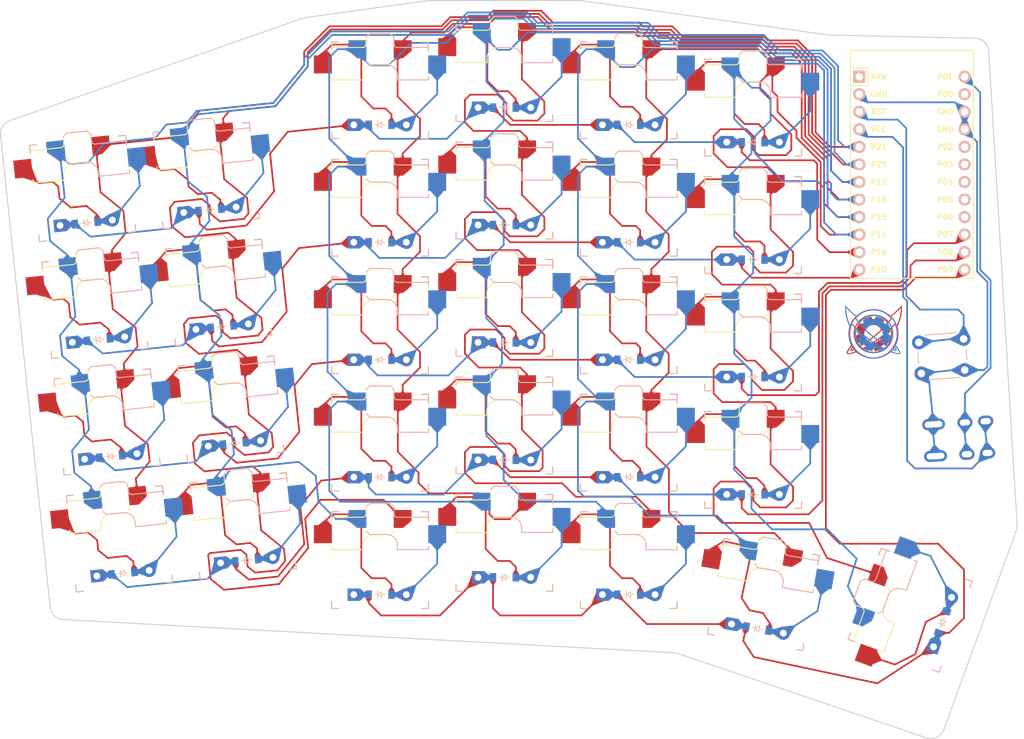
<source format=kicad_pcb>
(kicad_pcb (version 20241229) (generator "pcbnew") (generator_version "9.0")
  (title_block (title "greeny") (rev "1") (company "jsanr"))
  (layers (0 "F.Cu" signal) (2 "B.Cu" signal) (13 "F.Paste" user) (15 "B.Paste" user) (5 "F.SilkS" user "F.Silkscreen") (7 "B.SilkS" user "B.Silkscreen") (1 "F.Mask" user) (3 "B.Mask" user) (25 "Edge.Cuts" user))
  (net 0 "")
  (net 1 "P21")
  (net 2 "outer_bottom")
  (net 3 "outer_home")
  (net 4 "outer_top")
  (net 5 "outer_numbers")
  (net 6 "P20")
  (net 7 "pinky_bottom")
  (net 8 "pinky_home")
  (net 9 "pinky_top")
  (net 10 "pinky_numbers")
  (net 11 "P19")
  (net 12 "ring_mod")
  (net 13 "ring_bottom")
  (net 14 "ring_home")
  (net 15 "ring_top")
  (net 16 "ring_numbers")
  (net 17 "P18")
  (net 18 "middle_mod")
  (net 19 "middle_bottom")
  (net 20 "middle_home")
  (net 21 "middle_top")
  (net 22 "middle_numbers")
  (net 23 "P15")
  (net 24 "index_mod")
  (net 25 "index_bottom")
  (net 26 "index_home")
  (net 27 "index_top")
  (net 28 "index_numbers")
  (net 29 "P14")
  (net 30 "inner_bottom")
  (net 31 "inner_home")
  (net 32 "inner_top")
  (net 33 "inner_numbers")
  (net 34 "layer_cluster")
  (net 35 "space_cluster")
  (net 36 "P8")
  (net 37 "P7")
  (net 38 "P10")
  (net 39 "P16")
  (net 40 "P9")
  (net 41 "RAW")
  (net 42 "GND")
  (net 43 "RST")
  (net 44 "VCC")
  (net 45 "P1")
  (net 46 "P0")
  (net 47 "P2")
  (net 48 "P3")
  (net 49 "P4")
  (net 50 "P5")
  (net 51 "P6")
  (footprint "PG1350" (layer "F.Cu") (at 187.617783 78.573473)
    (property "Reference" "S27" (hide yes))
    (property "Value" "")
  )
  (footprint "ComboDiode" (layer "F.Cu") (at 151.61778 112.573472)
    (property "Reference" "D16" (hide yes))
    (property "Value" "" (hide yes))
  )
  (footprint "ceoloide:mounting_hole_npth" (layer "F.Cu") (at 205.617783 136.373472)
    (property "Reference" "MH5" (hide yes))
    (property "Value" "")
  )
  (footprint "PG1350" (layer "F.Cu") (at 151.617789 107.573468)
    (property "Reference" "S16" (hide yes))
    (property "Value" "")
  )
  (footprint "PG1350" (layer "F.Cu") (at 94.112882 124.093401 6)
    (property "Reference" "S2" (hide yes))
    (property "Value" "")
  )
  (footprint "ComboDiode" (layer "F.Cu") (at 169.617784 132.073473)
    (property "Reference" "D20" (hide yes))
    (property "Value" "" (hide yes))
  )
  (footprint "ceoloide:mounting_hole_npth" (layer "F.Cu") (at 160.61778 149.223469)
    (property "Reference" "MH4" (hide yes))
    (property "Value" "")
  )
  (footprint "ComboDiode" (layer "F.Cu") (at 169.617784 149.073471)
    (property "Reference" "D19" (hide yes))
    (property "Value" "" (hide yes))
  )
  (footprint "PG1350" (layer "F.Cu") (at 133.617788 76.073472)
    (property "Reference" "S13" (hide yes))
    (property "Value" "")
  )
  (footprint "PG1350" (layer "F.Cu") (at 108.460312 88.398148 6)
    (property "Reference" "S8" (hide yes))
    (property "Value" "")
  )
  (footprint "PG1350" (layer "F.Cu") (at 210.347442 151.345816 70)
    (property "Reference" "S29" (hide yes))
    (property "Value" "")
  )
  (footprint "PG1350" (layer "F.Cu") (at 187.617785 129.573469)
    (property "Reference" "S24" (hide yes))
    (property "Value" "")
  )
  (footprint "footprints:sglogo" (layer "F.Cu") (at 205.165656 111.056368)
    (property "Reference" "G***" (hide yes))
    (property "Value" "LOGO" (hide yes))
  )
  (footprint "ceoloide:mounting_hole_npth" (layer "F.Cu") (at 105.373668 145.131583 6)
    (property "Reference" "MH2" (hide yes))
    (property "Value" "")
  )
  (footprint "ComboDiode" (layer "F.Cu") (at 151.617783 95.573469)
    (property "Reference" "D17" (hide yes))
    (property "Value" "" (hide yes))
  )
  (footprint "ComboDiode" (layer "F.Cu") (at 92.858544 112.159137 6)
    (property "Reference" "D3" (hide yes))
    (property "Value" "" (hide yes))
  )
  (footprint "ComboDiode" (layer "F.Cu") (at 114.313907 144.091367 6)
    (property "Reference" "D5" (hide yes))
    (property "Value" "" (hide yes))
  )
  (footprint "PG1350" (layer "F.Cu") (at 169.617784 93.073469)
    (property "Reference" "S22" (hide yes))
    (property "Value" "")
  )
  (footprint "PG1350" (layer "F.Cu") (at 169.617786 110.073468)
    (property "Reference" "S21" (hide yes))
    (property "Value" "")
  )
  (footprint "PG1350" (layer "F.Cu") (at 133.617778 127.073473)
    (property "Reference" "S10" (hide yes))
    (property "Value" "")
  )
  (footprint "PG1350" (layer "F.Cu") (at 112.01428 122.211893 6)
    (property "Reference" "S6" (hide yes))
    (property "Value" "")
  )
  (footprint "ComboDiode" (layer "F.Cu") (at 187.617784 134.573475)
    (property "Reference" "D24" (hide yes))
    (property "Value" "" (hide yes))
  )
  (footprint "PG1350" (layer "F.Cu") (at 113.791269 139.118766 6)
    (property "Reference" "S5" (hide yes))
    (property "Value" "")
  )
  (footprint "PG1350" (layer "F.Cu") (at 90.558921 90.279664 6)
    (property "Reference" "S4" (hide yes))
    (property "Value" "")
  )
  (footprint "ceoloide:mounting_hole_npth" (layer "F.Cu") (at 160.617787 77.773466)
    (property "Reference" "MH3" (hide yes))
    (property "Value" "")
  )
  (footprint "ComboDiode" (layer "F.Cu") (at 133.61779 115.073475)
    (property "Reference" "D11" (hide yes))
    (property "Value" "" (hide yes))
  )
  (footprint "ComboDiode" (layer "F.Cu") (at 151.617778 146.573473)
    (property "Reference" "D14" (hide yes))
    (property "Value" "" (hide yes))
  )
  (footprint "PG1350" (layer "F.Cu") (at 169.617785 144.073475)
    (property "Reference" "S19" (hide yes))
    (property "Value" "")
  )
  (footprint "ComboDiode" (layer "F.Cu") (at 94.635529 129.066013 6)
    (property "Reference" "D2" (hide yes))
    (property "Value" "" (hide yes))
  )
  (footprint "ceoloide:mounting_hole_npth" (layer "F.Cu") (at 100.042708 94.410967 6)
    (property "Reference" "MH1" (hide yes))
    (property "Value" "")
  )
  (footprint "PG1350" (layer "F.Cu") (at 151.617778 73.573469)
    (property "Reference" "S18" (hide yes))
    (property "Value" "")
  )
  (footprint "ComboDiode" (layer "F.Cu") (at 187.617783 117.57347)
    (property "Reference" "D25" (hide yes))
    (property "Value" "" (hide yes))
  )
  (footprint "PG1350" (layer "F.Cu") (at 151.61779 141.573468)
    (property "Reference" "S14" (hide yes))
    (property "Value" "")
  )
  (footprint "ComboDiode" (layer "F.Cu") (at 96.412515 145.972885 6)
    (property "Reference" "D1" (hide yes))
    (property "Value" "" (hide yes))
  )
  (footprint "footprints:sglogo_back" (layer "F.Cu") (at 204.415656 111.056368)
    (property "Reference" "G***" (hide yes))
    (property "Value" "LOGO" (hide yes))
  )
  (footprint "PG1350" (layer "F.Cu") (at 110.237296 105.305025 6)
    (property "Reference" "S7" (hide yes))
    (property "Value" "")
  )
  (footprint "ComboDiode" (layer "F.Cu") (at 110.759944 110.277627 6)
    (property "Reference" "D7" (hide yes))
    (property "Value" "" (hide yes))
  )
  (footprint "PG1350" (layer "F.Cu") (at 151.617791 124.573468)
    (property "Reference" "S15" (hide yes))
    (property "Value" "")
  )
  (footprint "ComboDiode" (layer "F.Cu") (at 133.617786 149.073469)
    (property "Reference" "D9" (hide yes))
    (property "Value" "" (hide yes))
  )
  (footprint "PG1350" (layer "F.Cu") (at 133.617776 110.07347)
    (property "Reference" "S11" (hide yes))
    (property "Value" "")
  )
  (footprint "ComboDiode" (layer "F.Cu") (at 108.982954 93.370761 6)
    (property "Reference" "D8" (hide yes))
    (property "Value" "" (hide yes))
  )
  (footprint "PG1350" (layer "F.Cu") (at 187.617785 95.573473)
    (property "Reference" "S26" (hide yes))
    (property "Value" "")
  )
  (footprint "ComboDiode" (layer "F.Cu") (at 169.617785 115.073472)
    (property "Reference" "D21" (hide yes))
    (property "Value" "" (hide yes))
  )
  (footprint "ComboDiode" (layer "F.Cu") (at 151.61778 78.573469)
    (property "Reference" "D18" (hide yes))
    (property "Value" "" (hide yes))
  )
  (footprint "PG1350" (layer "F.Cu") (at 133.61778 144.073473)
    (property "Reference" "S9" (hide yes))
    (property "Value" "")
  )
  (footprint "PG1350" (layer "F.Cu") (at 169.617781 76.073469)
    (property "Reference" "S23" (hide yes))
    (property "Value" "")
  )
  (footprint "ComboDiode" (layer "F.Cu") (at 215.045907 153.055915 70)
    (property "Reference" "D29" (hide yes))
    (property "Value" "" (hide yes))
  )
  (footprint "ceoloide:trrs_pj320a (reversible, symmetric)" (layer "F.Cu") (at 224.617782 126.073475 -86.5)
    (property "Reference" "TRRS1" (hide yes))
    (property "Value" "")
  )
  (footprint "PG1350" (layer "F.Cu") (at 169.617784 127.073472)
    (property "Reference" "S20" (hide yes))
    (property "Value" "")
  )
  (footprint "ComboDiode" (layer "F.Cu") (at 112.536928 127.1845 6)
    (property "Reference" "D6" (hide yes))
    (property "Value" "" (hide yes))
  )
  (footprint "ComboDiode" (layer "F.Cu") (at 133.617785 98.073469)
    (property "Reference" "D12" (hide yes))
    (property "Value" "" (hide yes))
  )
  (footprint "PG1350" (layer "F.Cu") (at 151.617787 90.573468)
    (property "Reference" "S17" (hide yes))
    (property "Value" "")
  )
  (footprint "PG1350" (layer "F.Cu") (at 95.889867 141.000276 6)
    (property "Reference" "S1" (hide yes))
    (property "Value" "")
  )
  (footprint "ComboDiode" (layer "F.Cu") (at 169.617786 81.073469)
    (property "Reference" "D23" (hide yes))
    (property "Value" "" (hide yes))
  )
  (footprint "ComboDiode" (layer "F.Cu") (at 169.617785 98.073472)
    (property "Reference" "D22" (hide yes))
    (property "Value" "" (hide yes))
  )
  (footprint "PG1350" (layer "F.Cu") (at 189.117782 149.073469 -10)
    (property "Reference" "S28" (hide yes))
    (property "Value" "")
  )
  (footprint "ComboDiode" (layer "F.Cu") (at 151.617778 129.573471)
    (property "Reference" "D15" (hide yes))
    (property "Value" "" (hide yes))
  )
  (footprint "ComboDiode" (layer "F.Cu") (at 187.617783 100.573473)
    (property "Reference" "D26" (hide yes))
    (property "Value" "" (hide yes))
  )
  (footprint "PG1350" (layer "F.Cu") (at 92.335901 107.186535 6)
    (property "Reference" "S3" (hide yes))
    (property "Value" "")
  )
  (footprint "ProMicro" (layer "F.Cu") (at 210.617784 88.073472 -90)
    (property "Reference" "MCU1" (hide yes))
    (property "Value" "" (hide yes))
  )
  (footprint "ComboDiode" (layer "F.Cu") (at 133.617789 81.07347)
    (property "Reference" "D13" (hide yes))
    (property "Value" "" (hide yes))
  )
  (footprint "ComboDiode" (layer "F.Cu") (at 187.617782 83.573474)
    (property "Reference" "D27" (hide yes))
    (property "Value" "" (hide yes))
  )
  (footprint "ComboDiode" (layer "F.Cu") (at 188.24954 153.997513 -10)
    (property "Reference" "D28" (hide yes))
    (property "Value" "" (hide yes))
  )
  (footprint "PG1350" (layer "F.Cu") (at 187.617781 112.57347)
    (property "Reference" "S25" (hide yes))
    (property "Value" "")
  )
  (footprint "ComboDiode" (layer "F.Cu") (at 91.081559 95.252268 6)
    (property "Reference" "D4" (hide yes))
    (property "Value" "" (hide yes))
  )
  (footprint "tht_switch" (layer "F.Cu") (at 211.617788 112.573472 4.5)
    (property "Reference" "RST1" (hide yes))
    (property "Value" "")
  )
  (footprint "PG1350" (layer "F.Cu") (at 133.617779 93.073472)
    (property "Reference" "S12" (hide yes))
    (property "Value" "")
  )
  (footprint "ComboDiode" (layer "F.Cu") (at 133.61778 132.073468)
    (property "Reference" "D10" (hide yes))
    (property "Value" "" (hide yes))
  )
  (gr_line (start 225.715744 139.821715) (end 215.240187 168.603053) (stroke (width 0.15)) (layer "Edge.Cuts"))
  (gr_line (start 140.756006 63.07347) (end 162.479556 63.073468) (stroke (width 0.15)) (layer "Edge.Cuts"))
  (gr_line (start 198.734167 68.075999) (end 219.774911 68.533407) (stroke (width 0.15)) (layer "Edge.Cuts"))
  (gr_arc (start 122.43001 65.639107) (mid 122.620103 65.583062) (end 122.814811 65.546107) (stroke (width 0.15)) (layer "Edge.Cuts"))
  (gr_arc (start 78.687125 82.561602) (mid 78.986895 81.281878) (end 80.01624 80.464566) (stroke (width 0.15)) (layer "Edge.Cuts"))
  (gr_arc (start 215.240187 168.603054) (mid 214.225725 169.722319) (end 212.717848 169.812844) (stroke (width 0.15)) (layer "Edge.Cuts"))
  (gr_line (start 85.869469 150.897041) (end 78.687127 82.561603) (stroke (width 0.15)) (layer "Edge.Cuts"))
  (gr_arc (start 176.18726 157.488921) (mid 176.458034 157.52226) (end 176.721739 157.592144) (stroke (width 0.15)) (layer "Edge.Cuts"))
  (gr_line (start 212.717848 169.812844) (end 176.721739 157.592144) (stroke (width 0.15)) (layer "Edge.Cuts"))
  (gr_arc (start 198.734157 68.075996) (mid 198.618052 68.070093) (end 198.50249 68.057461) (stroke (width 0.15)) (layer "Edge.Cuts"))
  (gr_line (start 122.814811 65.546107) (end 140.480875 63.092486) (stroke (width 0.15)) (layer "Edge.Cuts"))
  (gr_line (start 176.187266 157.488922) (end 87.750035 152.685045) (stroke (width 0.15)) (layer "Edge.Cuts"))
  (gr_arc (start 219.774911 68.533407) (mid 221.118524 69.092087) (end 221.727874 70.413483) (stroke (width 0.15)) (layer "Edge.Cuts"))
  (gr_line (start 221.727874 70.413483) (end 225.832779 139.018216) (stroke (width 0.15)) (layer "Edge.Cuts"))
  (gr_line (start 162.75469 63.092487) (end 198.50249 68.057461) (stroke (width 0.15)) (layer "Edge.Cuts"))
  (gr_arc (start 140.480875 63.092486) (mid 140.618112 63.078227) (end 140.756006 63.07347) (stroke (width 0.15)) (layer "Edge.Cuts"))
  (gr_line (start 80.01624 80.464566) (end 122.43001 65.639106) (stroke (width 0.15)) (layer "Edge.Cuts"))
  (gr_arc (start 225.832779 139.018216) (mid 225.815465 139.425965) (end 225.715744 139.821715) (stroke (width 0.15)) (layer "Edge.Cuts"))
  (gr_arc (start 87.750035 152.685045) (mid 86.480423 152.137423) (end 85.869469 150.897041) (stroke (width 0.15)) (layer "Edge.Cuts"))
  (gr_arc (start 162.479554 63.073468) (mid 162.617448 63.078227) (end 162.75469 63.092487) (stroke (width 0.15)) (layer "Edge.Cuts"))
  (segment (start 196.665656 71.418557) (end 196.665658 82.168559) (width 0.25) (layer "F.Cu") (net 1))
  (segment (start 100.005777 127.316501) (end 100.2671 129.802806) (width 0.25) (layer "F.Cu") (net 1))
  (segment (start 156.948021 64.552836) (end 158.665655 66.270474) (width 0.25) (layer "F.Cu") (net 1))
  (segment (start 175.919188 66.806368) (end 177.415659 68.302837) (width 0.25) (layer "F.Cu") (net 1))
  (segment (start 93.194036 84.019928) (end 104.402406 82.841881) (width 0.25) (layer "F.Cu") (net 1))
  (segment (start 189.227494 68.302836) (end 189.776494 68.851838) (width 0.25) (layer "F.Cu") (net 1))
  (segment (start 98.228794 110.409629) (end 98.516245 113.144565) (width 0.25) (layer "F.Cu") (net 1))
  (segment (start 96.791523 96.734954) (end 94.790193 99.20639) (width 0.25) (layer "F.Cu") (net 1))
  (segment (start 143.802377 65.479305) (end 149.102781 65.479305) (width 0.25) (layer "F.Cu") (net 1))
  (segment (start 92.525384 84.845646) (end 93.154655 90.832778) (width 0.25) (layer "F.Cu") (net 1))
  (segment (start 104.402406 82.841881) (end 107.498328 79.018735) (width 0.25) (layer "F.Cu") (net 1))
  (segment (start 122.639408 70.44481) (end 126.281377 66.802838) (width 0.25) (layer "F.Cu") (net 1))
  (segment (start 194.098936 68.851839) (end 196.665656 71.418557) (width 0.25) (layer "F.Cu") (net 1))
  (segment (start 126.281377 66.802838) (end 142.478845 66.802841) (width 0.25) (layer "F.Cu") (net 1))
  (segment (start 142.478845 66.802841) (end 143.802377 65.479305) (width 0.25) (layer "F.Cu") (net 1))
  (segment (start 150.029247 64.552835) (end 156.948021 64.552836) (width 0.25) (layer "F.Cu") (net 1))
  (segment (start 100.2671 129.802806) (end 98.265766 132.274244) (width 0.25) (layer "F.Cu") (net 1))
  (segment (start 189.776494 68.851838) (end 194.098936 68.851839) (width 0.25) (layer "F.Cu") (net 1))
  (segment (start 96.708627 124.646522) (end 100.005777 127.316501) (width 0.25) (layer "F.Cu") (net 1))
  (segment (start 122.639405 72.399803) (end 122.639408 70.44481) (width 0.25) (layer "F.Cu") (net 1))
  (segment (start 94.971017 100.926799) (end 94.302366 101.752511) (width 0.25) (layer "F.Cu") (net 1))
  (segment (start 107.498328 79.018735) (end 118.189443 77.895053) (width 0.25) (layer "F.Cu") (net 1))
  (segment (start 94.931642 107.73965) (end 98.228794 110.409629) (width 0.25) (layer "F.Cu") (net 1))
  (segment (start 93.154655 90.832778) (end 96.451808 93.502755) (width 0.25) (layer "F.Cu") (net 1))
  (segment (start 118.189443 77.895053) (end 122.639405 72.399803) (width 0.25) (layer "F.Cu") (net 1))
  (segment (start 171.12976 66.27047) (end 171.665656 66.806367) (width 0.25) (layer "F.Cu") (net 1))
  (segment (start 149.102781 65.479305) (end 150.029247 64.552835) (width 0.25) (layer "F.Cu") (net 1))
  (segment (start 98.516245 113.144565) (end 96.514912 115.616006) (width 0.25) (layer "F.Cu") (net 1))
  (segment (start 196.665658 82.168559) (end 198.760573 84.263472) (width 0.25) (layer "F.Cu") (net 1))
  (segment (start 94.790193 99.20639) (end 94.971017 100.926799) (width 0.25) (layer "F.Cu") (net 1))
  (segment (start 158.665655 66.270474) (end 171.12976 66.27047) (width 0.25) (layer "F.Cu") (net 1))
  (segment (start 96.451808 93.502755) (end 96.791523 96.734954) (width 0.25) (layer "F.Cu") (net 1))
  (segment (start 93.194036 84.019928) (end 92.525384 84.845646) (width 0.25) (layer "F.Cu") (net 1))
  (segment (start 198.760573 84.263472) (end 202.997786 84.263472) (width 0.25) (layer "F.Cu") (net 1))
  (segment (start 98.265766 132.274244) (end 98.524984 134.740537) (width 0.25) (layer "F.Cu") (net 1))
  (segment (start 94.302366 101.752511) (end 94.931642 107.73965) (width 0.25) (layer "F.Cu") (net 1))
  (segment (start 96.747996 117.833665) (end 96.079348 118.659375) (width 0.25) (layer "F.Cu") (net 1))
  (segment (start 177.415659 68.302837) (end 189.227494 68.302836) (width 0.25) (layer "F.Cu") (net 1))
  (segment (start 171.665656 66.806367) (end 175.919188 66.806368) (width 0.25) (layer "F.Cu") (net 1))
  (segment (start 96.079348 118.659375) (end 96.708627 124.646522) (width 0.25) (layer "F.Cu") (net 1))
  (segment (start 96.514912 115.616006) (end 96.747996 117.833665) (width 0.25) (layer "F.Cu") (net 1))
  (segment (start 88.456895 101.61146) (end 88.271123 99.843903) (width 0.25) (layer "B.Cu") (net 1))
  (segment (start 174.165657 68.052836) (end 189.165655 68.05284) (width 0.25) (layer "B.Cu") (net 1))
  (segment (start 101.125022 82.9565) (end 102.682515 81.033161) (width 0.25) (layer "B.Cu") (net 1))
  (segment (start 90.836933 119.006673) (end 91.487383 125.195299) (width 0.25) (layer "B.Cu") (net 1))
  (segment (start 91.441124 86.488085) (end 93.666108 83.740462) (width 0.25) (layer "B.Cu") (net 1))
  (segment (start 191.415655 70.302839) (end 197.662125 70.302836) (width 0.25) (layer "B.Cu") (net 1))
  (segment (start 89.039902 128.217684) (end 89.379617 131.44988) (width 0.25) (layer "B.Cu") (net 1))
  (segment (start 87.289049 111.559442) (end 87.602634 114.543006) (width 0.25) (layer "B.Cu") (net 1))
  (segment (start 189.165655 68.05284) (end 191.415655 70.302839) (width 0.25) (layer "B.Cu") (net 1))
  (segment (start 87.602634 114.543006) (end 90.021969 116.502143) (width 0.25) (layer "B.Cu") (net 1))
  (segment (start 87.959548 91.630183) (end 87.282966 85.192927) (width 0.25) (layer "B.Cu") (net 1))
  (segment (start 143.525721 67.556368) (end 146.279247 64.802837) (width 0.25) (layer "B.Cu") (net 1))
  (segment (start 102.682515 81.033161) (end 105.707923 80.715177) (width 0.25) (layer "B.Cu") (net 1))
  (segment (start 154.912124 64.802836) (end 156.412124 66.302836) (width 0.25) (layer "B.Cu") (net 1))
  (segment (start 93.666108 83.740462) (end 101.125022 82.9565) (width 0.25) (layer "B.Cu") (net 1))
  (segment (start 88.706191 86.77554) (end 91.441124 86.488085) (width 0.25) (layer "B.Cu") (net 1))
  (segment (start 91.487383 125.195299) (end 89.039902 128.217684) (width 0.25) (layer "B.Cu") (net 1))
  (segment (start 89.379617 131.44988) (end 91.798952 133.409019) (width 0.25) (layer "B.Cu") (net 1))
  (segment (start 88.78519 101.877303) (end 89.514033 108.811815) (width 0.25) (layer "B.Cu") (net 1))
  (segment (start 85.851785 97.884766) (end 85.512065 94.65257) (width 0.25) (layer "B.Cu") (net 1))
  (segment (start 199.915658 83.306367) (end 200.872763 84.263473) (width 0.25) (layer "B.Cu") (net 1))
  (segment (start 197.662125 70.302836) (end 199.915657 72.556368) (width 0.25) (layer "B.Cu") (net 1))
  (segment (start 88.456895 101.61146) (end 88.78519 101.877303) (width 0.25) (layer "B.Cu") (net 1))
  (segment (start 89.514033 108.811815) (end 87.289049 111.559442) (width 0.25) (layer "B.Cu") (net 1))
  (segment (start 86.729326 85.17471) (end 88.706191 86.77554) (width 0.25) (layer "B.Cu") (net 1))
  (segment (start 126.527848 67.556366) (end 143.525721 67.556368) (width 0.25) (layer "B.Cu") (net 1))
  (segment (start 91.798952 133.409019) (end 92.010865 135.425202) (width 0.25) (layer "B.Cu") (net 1))
  (segment (start 88.271123 99.843903) (end 85.851785 97.884766) (width 0.25) (layer "B.Cu") (net 1))
  (segment (start 118.189443 77.895053) (end 122.639405 72.399803) (width 0.25) (layer "B.Cu") (net 1))
  (segment (start 122.639405 72.399803) (end 122.639407 71.444806) (width 0.25) (layer "B.Cu") (net 1))
  (segment (start 86.679916 84.70459) (end 86.729326 85.17471) (width 0.25) (layer "B.Cu") (net 1))
  (segment (start 122.639407 71.444806) (end 126.527848 67.556366) (width 0.25) (layer "B.Cu") (net 1))
  (segment (start 107.042912 79.066602) (end 118.189443 77.895053) (width 0.25) (layer "B.Cu") (net 1))
  (segment (start 85.512065 94.65257) (end 87.959548 91.630183) (width 0.25) (layer "B.Cu") (net 1))
  (segment (start 172.415654 66.302836) (end 174.165657 68.052836) (width 0.25) (layer "B.Cu") (net 1))
  (segment (start 87.282966 85.192927) (end 86.679916 84.70459) (width 0.25) (layer "B.Cu") (net 1))
  (segment (start 105.707923 80.715177) (end 107.042912 79.066602) (width 0.25) (layer "B.Cu") (net 1))
  (segment (start 90.23388 118.518329) (end 90.836933 119.006673) (width 0.25) (layer "B.Cu") (net 1))
  (segment (start 199.915657 72.556368) (end 199.915658 83.306367) (width 0.25) (layer "B.Cu") (net 1))
  (segment (start 146.279247 64.802837) (end 154.912124 64.802836) (width 0.25) (layer "B.Cu") (net 1))
  (segment (start 90.021969 116.502143) (end 90.23388 118.518329) (width 0.25) (layer "B.Cu") (net 1))
  (segment (start 200.872763 84.263473) (end 202.997786 84.263472) (width 0.25) (layer "B.Cu") (net 1))
  (segment (start 156.412124 66.302836) (end 172.415654 66.302836) (width 0.25) (layer "B.Cu") (net 1))
  (segment (start 96.92812 143.476731) (end 97.891217 144.256632) (width 0.25) (layer "F.Cu") (net 2))
  (segment (start 94.193185 143.764184) (end 96.92812 143.476731) (width 0.25) (layer "F.Cu") (net 2))
  (segment (start 92.819371 142.65169) (end 94.193185 143.764184) (width 0.25) (layer "F.Cu") (net 2))
  (segment (start 92.662578 141.159911) (end 92.819371 142.65169) (width 0.25) (layer "F.Cu") (net 2))
  (segment (start 91.288765 140.04742) (end 92.662578 141.159911) (width 0.25) (layer "F.Cu") (net 2))
  (segment (start 87.268219 138.135789) (end 87.296726 138.407009) (width 0.25) (layer "F.Cu") (net 2))
  (segment (start 87.296726 138.407009) (end 89.548353 140.230343) (width 0.25) (layer "F.Cu") (net 2))
  (segment (start 89.548353 140.230343) (end 91.288765 140.04742) (width 0.25) (layer "F.Cu") (net 2))
  (segment (start 98.053479 145.800413) (end 100.20164 145.574632) (width 0.25) (layer "F.Cu") (net 2))
  (segment (start 97.891217 144.256632) (end 98.053475 145.800414) (width 0.25) (layer "F.Cu") (net 2))
  (segment (start 104.175459 140.667379) (end 100.20164 145.574633) (width 0.25) (layer "B.Cu") (net 2))
  (segment (start 103.727555 136.405846) (end 104.175459 140.667379) (width 0.25) (layer "B.Cu") (net 2))
  (segment (start 98.053479 145.800413) (end 100.20164 145.574632) (width 0.25) (layer "B.Cu") (net 2))
  (segment (start 90.81989 126.019581) (end 91.918939 126.909576) (width 0.25) (layer "F.Cu") (net 3))
  (segment (start 85.519739 121.500135) (end 87.77137 123.32347) (width 0.25) (layer "F.Cu") (net 3))
  (segment (start 87.77137 123.32347) (end 89.51178 123.140545) (width 0.25) (layer "F.Cu") (net 3))
  (segment (start 96.166495 127.847022) (end 96.276492 128.893539) (width 0.25) (layer "F.Cu") (net 3))
  (segment (start 85.491233 121.228916) (end 85.519739 121.500135) (width 0.25) (layer "F.Cu") (net 3))
  (segment (start 89.51178 123.140545) (end 90.610835 124.030539) (width 0.25) (layer "F.Cu") (net 3))
  (segment (start 94.653874 126.622123) (end 96.166495 127.847022) (width 0.25) (layer "F.Cu") (net 3))
  (segment (start 91.918939 126.909576) (end 94.653874 126.622123) (width 0.25) (layer "F.Cu") (net 3))
  (segment (start 90.610835 124.030539) (end 90.81989 126.019581) (width 0.25) (layer "F.Cu") (net 3))
  (segment (start 96.276492 128.893544) (end 98.424657 128.667762) (width 0.25) (layer "F.Cu") (net 3))
  (segment (start 102.398472 123.760505) (end 98.424657 128.667761) (width 0.25) (layer "B.Cu") (net 3))
  (segment (start 101.950576 119.498976) (end 102.398472 123.760505) (width 0.25) (layer "B.Cu") (net 3))
  (segment (start 96.276492 128.893544) (end 98.424657 128.667762) (width 0.25) (layer "B.Cu") (net 3))
  (segment (start 88.768142 108.890211) (end 90.141953 110.002705) (width 0.25) (layer "F.Cu") (net 4))
  (segment (start 94.363379 110.691517) (end 94.499507 111.986667) (width 0.25) (layer "F.Cu") (net 4))
  (segment (start 93.125521 109.689118) (end 94.363379 110.691517) (width 0.25) (layer "F.Cu") (net 4))
  (segment (start 87.734799 106.233673) (end 88.559084 106.901166) (width 0.25) (layer "F.Cu") (net 4))
  (segment (start 86.243016 106.390466) (end 87.734799 106.233673) (width 0.25) (layer "F.Cu") (net 4))
  (segment (start 94.49951 111.986667) (end 96.647668 111.760888) (width 0.25) (layer "F.Cu") (net 4))
  (segment (start 83.714252 104.322051) (end 83.716623 104.344635) (width 0.25) (layer "F.Cu") (net 4))
  (segment (start 83.716623 104.344635) (end 86.243016 106.390466) (width 0.25) (layer "F.Cu") (net 4))
  (segment (start 88.559084 106.901166) (end 88.768142 108.890211) (width 0.25) (layer "F.Cu") (net 4))
  (segment (start 90.141953 110.002705) (end 93.125521 109.689118) (width 0.25) (layer "F.Cu") (net 4))
  (segment (start 100.173589 102.592102) (end 100.621494 106.85363) (width 0.25) (layer "B.Cu") (net 4))
  (segment (start 94.49951 111.986667) (end 96.647668 111.760888) (width 0.25) (layer "B.Cu") (net 4))
  (segment (start 100.621494 106.85363) (end 96.647672 111.760884) (width 0.25) (layer "B.Cu") (net 4))
  (segment (start 81.965778 87.686396) (end 84.217398 89.509726) (width 0.25) (layer "F.Cu") (net 5))
  (segment (start 87.213657 91.708578) (end 88.862232 93.043565) (width 0.25) (layer "F.Cu") (net 5))
  (segment (start 81.937271 87.41518) (end 81.965778 87.686396) (width 0.25) (layer "F.Cu") (net 5))
  (segment (start 91.099907 92.808377) (end 92.612526 94.033274) (width 0.25) (layer "F.Cu") (net 5))
  (segment (start 92.722518 95.079798) (end 94.870686 94.854012) (width 0.25) (layer "F.Cu") (net 5))
  (segment (start 86.206443 89.300668) (end 87.030733 89.968166) (width 0.25) (layer "F.Cu") (net 5))
  (segment (start 88.862232 93.043565) (end 91.099907 92.808377) (width 0.25) (layer "F.Cu") (net 5))
  (segment (start 92.612526 94.033274) (end 92.722521 95.079798) (width 0.25) (layer "F.Cu") (net 5))
  (segment (start 87.030733 89.968166) (end 87.213657 91.708578) (width 0.25) (layer "F.Cu") (net 5))
  (segment (start 84.217398 89.509726) (end 86.206443 89.300668) (width 0.25) (layer "F.Cu") (net 5))
  (segment (start 92.722518 95.079798) (end 94.870686 94.854012) (width 0.25) (layer "B.Cu") (net 5))
  (segment (start 98.396606 85.685233) (end 98.844515 89.946751) (width 0.25) (layer "B.Cu") (net 5))
  (segment (start 98.844515 89.946751) (end 94.870685 94.854013) (width 0.25) (layer "B.Cu") (net 5))
  (segment (start 107.427367 114.218981) (end 112.897236 113.644076) (width 0.25) (layer "F.Cu") (net 6))
  (segment (start 170.758314 66.721471) (end 171.339678 67.302837) (width 0.25) (layer "F.Cu") (net 6))
  (segment (start 112.203761 99.871003) (end 112.859167 106.106765) (width 0.25) (layer "F.Cu") (net 6))
  (segment (start 107.412428 126.035276) (end 106.522431 127.134328) (width 0.25) (layer "F.Cu") (net 6))
  (segment (start 110.686449 109.351652) (end 109.862161 108.684156) (width 0.25) (layer "F.Cu") (net 6))
  (segment (start 150.216061 65.003835) (end 156.622046 65.003837) (width 0.25) (layer "F.Cu") (net 6))
  (segment (start 118.490335 78.366184) (end 123.162797 72.596171) (width 0.25) (layer "F.Cu") (net 6))
  (segment (start 115.545718 145.895441) (end 114.446669 145.005449) (width 0.25) (layer "F.Cu") (net 6))
  (segment (start 149.289593 65.930305) (end 150.216061 65.003835) (width 0.25) (layer "F.Cu") (net 6))
  (segment (start 111.390513 125.617162) (end 107.412428 126.035276) (width 0.25) (layer "F.Cu") (net 6))
  (segment (start 114.54724 114.980223) (end 114.649396 115.952158) (width 0.25) (layer "F.Cu") (net 6))
  (segment (start 116.410333 139.771518) (end 119.707484 142.441501) (width 0.25) (layer "F.Cu") (net 6))
  (segment (start 142.665657 67.253835) (end 143.989187 65.930306) (width 0.25) (layer "F.Cu") (net 6))
  (segment (start 107.836545 91.803416) (end 103.858456 92.221532) (width 0.25) (layer "F.Cu") (net 6))
  (segment (start 171.339678 67.302837) (end 175.714656 67.302837) (width 0.25) (layer "F.Cu") (net 6))
  (segment (start 111.095429 82.138412) (end 110.426777 82.964128) (width 0.25) (layer "F.Cu") (net 6))
  (segment (start 108.935594 92.693414) (end 107.836545 91.803416) (width 0.25) (layer "F.Cu") (net 6))
  (segment (start 116.426384 132.85903) (end 115.769108 133.670693) (width 0.25) (layer "F.Cu") (net 6))
  (segment (start 105.88407 109.102274) (end 105.216575 109.92656) (width 0.25) (layer "F.Cu") (net 6))
  (segment (start 116.614005 110.739656) (end 115.946507 111.563945) (width 0.25) (layer "F.Cu") (net 6))
  (segment (start 106.522431 127.134328) (end 106.836019 130.11789) (width 0.25) (layer "F.Cu") (net 6))
  (segment (start 105.401754 97.338242) (end 111.617515 96.684942) (width 0.25) (layer "F.Cu") (net 6))
  (segment (start 116.431083 108.999247) (end 116.614005 110.739656) (width 0.25) (layer "F.Cu") (net 6))
  (segment (start 143.989187 65.930306) (end 149.289593 65.930305) (width 0.25) (layer "F.Cu") (net 6))
  (segment (start 109.066255 93.936565) (end 108.935594 92.693414) (width 0.25) (layer "F.Cu") (net 6))
  (segment (start 112.489563 126.507158) (end 111.390513 125.617162) (width 0.25) (layer "F.Cu") (net 6))
  (segment (start 189.589679 69.302837) (end 193.912125 69.302838) (width 0.25) (layer "F.Cu") (net 6))
  (segment (start 111.968422 111.982059) (end 110.869371 111.092066) (width 0.25) (layer "F.Cu") (net 6))
  (segment (start 109.862161 108.684156) (end 105.88407 109.102274) (width 0.25) (layer "F.Cu") (net 6))
  (segment (start 103.478413 95.780756) (end 105.401754 97.338242) (width 0.25) (layer "F.Cu") (net 6))
  (segment (start 110.426777 82.964128) (end 111.056052 88.951265) (width 0.25) (layer "F.Cu") (net 6))
  (segment (start 113.920894 94.683209) (end 110.440066 95.049056) (width 0.25) (layer "F.Cu") (net 6))
  (segment (start 111.056052 88.951265) (end 114.353204 91.621246) (width 0.25) (layer "F.Cu") (net 6))
  (segment (start 105.50403 112.661497) (end 107.427367 114.218981) (width 0.25) (layer "F.Cu") (net 6))
  (segment (start 114.636151 123.013638) (end 117.933301 125.683619) (width 0.25) (layer "F.Cu") (net 6))
  (segment (start 114.446669 145.005449) (end 114.263743 143.265037) (width 0.25) (layer "F.Cu") (net 6))
  (segment (start 123.162797 70.559224) (end 126.468189 67.253837) (width 0.25) (layer "F.Cu") (net 6))
  (segment (start 112.859167 106.106765) (end 116.431083 108.999247) (width 0.25) (layer "F.Cu") (net 6))
  (segment (start 177.165655 68.753837) (end 189.040684 68.753835) (width 0.25) (layer "F.Cu") (net 6))
  (segment (start 106.836019 130.11789) (end 108.209829 131.230384) (width 0.25) (layer "F.Cu") (net 6))
  (segment (start 126.468189 67.253837) (end 142.665657 67.253835) (width 0.25) (layer "F.Cu") (net 6))
  (segment (start 122.770195 138.097563) (end 124.99518 135.349938) (width 0.25) (layer "F.Cu") (net 6))
  (segment (start 113.439457 142.597542) (end 108.964107 143.067921) (width 0.25) (layer "F.Cu") (net 6))
  (segment (start 108.964107 143.067921) (end 108.741611 143.342683) (width 0.25) (layer "F.Cu") (net 6))
  (segment (start 110.440066 95.049056) (end 109.066255 93.936565) (width 0.25) (layer "F.Cu") (net 6))
  (segment (start 111.617515 96.684942) (end 112.717992 97.576087) (width 0.25) (layer "F.Cu") (net 6))
  (segment (start 175.714656 67.302837) (end 177.165655 68.753837) (width 0.25) (layer "F.Cu") (net 6))
  (segment (start 118.986971 147.544769) (end 123.21444 142.32428) (width 0.25) (layer "F.Cu") (net 6))
  (segment (start 115.769108 133.670693) (end 116.410333 139.771518) (width 0.25) (layer "F.Cu") (net 6))
  (segment (start 119.707484 142.441501) (end 119.890405 144.181913) (width 0.25) (layer "F.Cu") (net 6))
  (segment (start 111.095429 82.138412) (end 110.888472 80.169372) (width 0.25) (layer "F.Cu") (net 6))
  (segment (start 111.030798 148.380996) (end 118.986971 147.544769) (width 0.25) (layer "F.Cu") (net 6))
  (segment (start 123.162797 72.596171) (end 123.162797 70.559224) (width 0.25) (layer "F.Cu") (net 6))
  (segment (start 111.777313 79.07175) (end 118.490335 78.366184) (width 0.25) (layer "F.Cu") (net 6))
  (segment (start 189.040684 68.753835) (end 189.589679 69.302837) (width 0.25) (layer "F.Cu") (net 6))
  (segment (start 109.107457 146.823508) (end 111.030798 148.380996) (width 0.25) (layer "F.Cu") (net 6))
  (segment (start 134.119244 135.349937) (end 136.892783 138.123472) (width 0.25) (layer "F.Cu") (net 6))
  (segment (start 103.190963 93.04582) (end 103.478413 95.780756) (width 0.25) (layer "F.Cu") (net 6))
  (segment (start 118.777916 145.555727) (end 115.545718 145.895441) (width 0.25) (layer "F.Cu") (net 6))
  (segment (start 113.980746 116.777874) (end 114.636151 123.013638) (width 0.25) (layer "F.Cu") (net 6))
  (segment (start 114.588391 93.858917) (end 113.920894 94.683209) (width 0.25) (layer "F.Cu") (net 6))
  (segment (start 113.994036 128.862798) (end 112.620223 127.750308) (width 0.25) (layer "F.Cu") (net 6))
  (segment (start 103.858456 92.221532) (end 103.190963 93.04582) (width 0.25) (layer "F.Cu") (net 6))
  (segment (start 108.209829 131.230384) (end 115.171484 130.498687) (width 0.25) (layer "F.Cu") (net 6))
  (segment (start 114.353204 91.621246) (end 114.588391 93.858917) (width 0.25) (layer "F.Cu") (net 6))
  (segment (start 105.216575 109.92656) (end 105.50403 112.661497) (width 0.25) (layer "F.Cu") (net 6))
  (segment (start 110.869371 111.092066) (end 110.686449 109.351652) (width 0.25) (layer "F.Cu") (net 6))
  (segment (start 196.165657 82.306369) (end 200.66276 86.803472) (width 0.25) (layer "F.Cu") (net 6))
  (segment (start 115.171484 130.498687) (end 116.271962 131.389836) (width 0.25) (layer "F.Cu") (net 6))
  (segment (start 119.890405 144.181913) (end 118.777916 145.555727) (width 0.25) (layer "F.Cu") (net 6))
  (segment (start 158.33968 66.721473) (end 170.758314 66.721471) (width 0.25) (layer "F.Cu") (net 6))
  (segment (start 123.21444 142.32428) (end 122.770195 138.097563) (width 0.25) (layer "F.Cu") (net 6))
  (segment (start 200.66276 86.803472) (end 202.997783 86.803472) (width 0.25) (layer "F.Cu") (net 6))
  (segment (start 124.99518 135.349938) (end 134.119244 135.349937) (width 0.25) (layer "F.Cu") (net 6))
  (segment (start 115.946507 111.563945) (end 111.968422 111.982059) (width 0.25) (layer "F.Cu") (net 6))
  (segment (start 156.622046 65.003837) (end 158.33968 66.721473) (width 0.25) (layer "F.Cu") (net 6))
  (segment (start 108.741611 143.342683) (end 109.107457 146.823508) (width 0.25) (layer "F.Cu") (net 6))
  (segment (start 118.14236 127.672662) (end 117.474866 128.496951) (width 0.25) (layer "F.Cu") (net 6))
  (segment (start 112.620223 127.750308) (end 112.489563 126.507158) (width 0.25) (layer "F.Cu") (net 6))
  (segment (start 117.933301 125.683619) (end 118.14236 127.672662) (width 0.25) (layer "F.Cu") (net 6))
  (segment (start 196.165659 71.556366) (end 196.165657 82.306369) (width 0.25) (layer "F.Cu") (net 6))
  (segment (start 110.888472 80.169372) (end 111.777313 79.07175) (width 0.25) (layer "F.Cu") (net 6))
  (segment (start 112.897236 113.644076) (end 114.54724 114.980223) (width 0.25) (layer "F.Cu") (net 6))
  (segment (start 114.649396 115.952158) (end 113.980746 116.777874) (width 0.25) (layer "F.Cu") (net 6))
  (segment (start 112.717992 97.576087) (end 112.872407 99.045291) (width 0.25) (layer "F.Cu") (net 6))
  (segment (start 193.912125 69.302838) (end 196.165659 71.556366) (width 0.25) (layer "F.Cu") (net 6))
  (segment (start 112.872407 99.045291) (end 112.203761 99.871003) (width 0.25) (layer "F.Cu") (net 6))
  (segment (start 117.474866 128.496951) (end 113.994036 128.862798) (width 0.25) (layer "F.Cu") (net 6))
  (segment (start 116.271962 131.389836) (end 116.426383 132.859028) (width 0.25) (layer "F.Cu") (net 6))
  (segment (start 114.263743 143.265037) (end 113.439457 142.597542) (width 0.25) (layer "F.Cu") (net 6))
  (segment (start 126.665658 68.056368) (end 143.66353 68.056368) (width 0.25) (layer "B.Cu") (net 6))
  (segment (start 173.915656 68.503836) (end 188.915657 68.503836) (width 0.25) (layer "B.Cu") (net 6))
  (segment (start 107.95968 114.966138) (end 110.673006 111.615458) (width 0.25) (layer "B.Cu") (net 6))
  (segment (start 127.23164 138.123473) (end 130.34278 138.123473) (width 0.25) (layer "B.Cu") (net 6))
  (segment (start 109.362648 123.065153) (end 112.110272 125.290137) (width 0.25) (layer "B.Cu") (net 6))
  (segment (start 110.673006 111.615458) (end 110.359419 108.631895) (width 0.25) (layer "B.Cu") (net 6))
  (segment (start 107.232233 79.54946) (end 118.490335 78.366184) (width 0.25) (layer "B.Cu") (net 6))
  (segment (start 110.359419 108.631895) (end 107.611797 106.406908) (width 0.25) (layer "B.Cu") (net 6))
  (segment (start 156.165655 66.753835) (end 172.165658 66.753836) (width 0.25) (layer "B.Cu") (net 6))
  (segment (start 143.66353 68.056368) (end 146.466059 65.253837) (width 0.25) (layer "B.Cu") (net 6))
  (segment (start 109.912264 133.543691) (end 112.062591 130.888258) (width 0.25) (layer "B.Cu") (net 6))
  (segment (start 112.476119 128.770962) (end 109.762795 132.121637) (width 0.25) (layer "B.Cu") (net 6))
  (segment (start 112.062591 130.888258) (end 121.836267 129.861004) (width 0.25) (layer "B.Cu") (net 6))
  (segment (start 201.162759 86.803473) (end 202.997783 86.803472) (width 0.25) (layer "B.Cu") (net 6))
  (segment (start 108.135276 116.636819) (end 108.738328 117.125161) (width 0.25) (layer "B.Cu") (net 6))
  (segment (start 123.162799 71.559225) (end 126.665658 68.056368) (width 0.25) (layer "B.Cu") (net 6))
  (segment (start 154.665656 65.253838) (end 156.165655 66.753835) (width 0.25) (layer "B.Cu") (net 6))
  (segment (start 104.581311 82.823074) (end 107.232233 79.54946) (width 0.25) (layer "B.Cu") (net 6))
  (segment (start 124.701111 135.592945) (end 127.23164 138.123473) (width 0.25) (layer "B.Cu") (net 6))
  (segment (start 197.365301 70.753837) (end 199.415657 72.804192) (width 0.25) (layer "B.Cu") (net 6))
  (segment (start 108.738328 117.125161) (end 109.362648 123.065153) (width 0.25) (layer "B.Cu") (net 6))
  (segment (start 108.556304 91.47639) (end 105.808681 89.251407) (width 0.25) (layer "B.Cu") (net 6))
  (segment (start 124.309128 131.863489) (end 124.701111 135.592945) (width 0.25) (layer "B.Cu") (net 6))
  (segment (start 105.808681 89.251407) (end 105.184362 83.311415) (width 0.25) (layer "B.Cu") (net 6))
  (segment (start 199.415657 85.056368) (end 201.162759 86.803473) (width 0.25) (layer "B.Cu") (net 6))
  (segment (start 105.184362 83.311415) (end 104.581311 82.823074) (width 0.25) (layer "B.Cu") (net 6))
  (segment (start 118.490335 78.366184) (end 123.162797 72.596171) (width 0.25) (layer "B.Cu") (net 6))
  (segment (start 123.162797 72.596171) (end 123.162799 71.559225) (width 0.25) (layer "B.Cu") (net 6))
  (segment (start 172.165658 66.753836) (end 173.915656 68.503836) (width 0.25) (layer "B.Cu") (net 6))
  (segment (start 109.762795 132.121637) (end 109.912261 133.543689) (width 0.25) (layer "B.Cu") (net 6))
  (segment (start 107.611797 106.406908) (end 106.961343 100.218296) (width 0.25) (layer "B.Cu") (net 6))
  (segment (start 121.836267 129.861004) (end 124.309128 131.863489) (width 0.25) (layer "B.Cu") (net 6))
  (segment (start 106.961343 100.218296) (end 106.358293 99.729951) (width 0.25) (layer "B.Cu") (net 6))
  (segment (start 106.358293 99.729951) (end 106.208829 98.307897) (width 0.25) (layer "B.Cu") (net 6))
  (segment (start 191.165659 70.753836) (end 197.365301 70.753837) (width 0.25) (layer "B.Cu") (net 6))
  (segment (start 146.466059 65.253837) (end 154.665656 65.253838) (width 0.25) (layer "B.Cu") (net 6))
  (segment (start 106.208829 98.307897) (end 108.922154 94.95722) (width 0.25) (layer "B.Cu") (net 6))
  (segment (start 108.135276 116.636819) (end 107.95968 114.966138) (width 0.25) (layer "B.Cu") (net 6))
  (segment (start 112.110272 125.290137) (end 112.476119 128.770962) (width 0.25) (layer "B.Cu") (net 6))
  (segment (start 108.922154 94.95722) (end 108.556304 91.47639) (width 0.25) (layer "B.Cu") (net 6))
  (segment (start 188.915657 68.503836) (end 191.165659 70.753836) (width 0.25) (layer "B.Cu") (net 6))
  (segment (start 199.415657 72.804192) (end 199.415657 85.056368) (width 0.25) (layer "B.Cu") (net 6))
  (segment (start 110.538593 134.253523) (end 111.191896 140.469284) (width 0.25) (layer "F.Cu") (net 7))
  (segment (start 114.829512 141.595218) (end 115.792613 142.375119) (width 0.25) (layer "F.Cu") (net 7))
  (segment (start 108.890013 132.918533) (end 110.538593 134.253523) (width 0.25) (layer "F.Cu") (net 7))
  (segment (start 115.792613 142.375119) (end 115.954869 143.918896) (width 0.25) (layer "F.Cu") (net 7))
  (segment (start 106.155079 133.205989) (end 108.890013 132.918533) (width 0.25) (layer "F.Cu") (net 7))
  (segment (start 104.999246 134.633324) (end 106.155079 133.205989) (width 0.25) (layer "F.Cu") (net 7))
  (segment (start 115.954864 143.918905) (end 118.103037 143.693117) (width 0.25) (layer "F.Cu") (net 7))
  (segment (start 112.840469 141.804276) (end 114.829512 141.595218) (width 0.25) (layer "F.Cu") (net 7))
  (segment (start 105.169615 136.254281) (end 104.999246 134.633324) (width 0.25) (layer "F.Cu") (net 7))
  (segment (start 111.191896 140.469284) (end 112.840469 141.804276) (width 0.25) (layer "F.Cu") (net 7))
  (segment (start 115.954864 143.918905) (end 118.103037 143.693117) (width 0.25) (layer "B.Cu") (net 7))
  (segment (start 122.076853 138.785859) (end 118.103038 143.693117) (width 0.25) (layer "B.Cu") (net 7))
  (segment (start 121.628947 134.524334) (end 122.076853 138.785859) (width 0.25) (layer "B.Cu") (net 7))
  (segment (start 107.113032 116.011661) (end 108.761605 117.346652) (width 0.25) (layer "F.Cu") (net 8))
  (segment (start 109.388779 123.313783) (end 111.312114 124.871272) (width 0.25) (layer "F.Cu") (net 8))
  (segment (start 103.22226 117.726452) (end 104.378095 116.299115) (width 0.25) (layer "F.Cu") (net 8))
  (segment (start 111.312114 124.871272) (end 112.803901 124.714476) (width 0.25) (layer "F.Cu") (net 8))
  (segment (start 114.177884 127.012029) (end 116.326052 126.786245) (width 0.25) (layer "F.Cu") (net 8))
  (segment (start 114.041757 125.71688) (end 114.177886 127.012029) (width 0.25) (layer "F.Cu") (net 8))
  (segment (start 112.803901 124.714476) (end 114.041757 125.71688) (width 0.25) (layer "F.Cu") (net 8))
  (segment (start 103.392631 119.34741) (end 103.22226 117.726452) (width 0.25) (layer "F.Cu") (net 8))
  (segment (start 104.378095 116.299115) (end 107.113032 116.011661) (width 0.25) (layer "F.Cu") (net 8))
  (segment (start 108.761605 117.346652) (end 109.388779 123.313783) (width 0.25) (layer "F.Cu") (net 8))
  (segment (start 114.177884 127.012029) (end 116.326052 126.786245) (width 0.25) (layer "B.Cu") (net 8))
  (segment (start 120.299873 121.878987) (end 116.32605 126.786246) (width 0.25) (layer "B.Cu") (net 8))
  (segment (start 119.85197 117.617463) (end 120.299873 121.878987) (width 0.25) (layer "B.Cu") (net 8))
  (segment (start 112.23864 108.561375) (end 112.400901 110.105155) (width 0.25) (layer "F.Cu") (net 9))
  (segment (start 102.60111 99.392242) (end 105.336047 99.104792) (width 0.25) (layer "F.Cu") (net 9))
  (segment (start 109.535132 107.964401) (end 111.275544 107.781473) (width 0.25) (layer "F.Cu") (net 9))
  (segment (start 106.98462 100.43978) (end 107.611797 106.406908) (width 0.25) (layer "F.Cu") (net 9))
  (segment (start 105.336047 99.104792) (end 106.98462 100.43978) (width 0.25) (layer "F.Cu") (net 9))
  (segment (start 112.400901 110.105157) (end 114.549069 109.879373) (width 0.25) (layer "F.Cu") (net 9))
  (segment (start 111.275544 107.781473) (end 112.23864 108.561375) (width 0.25) (layer "F.Cu") (net 9))
  (segment (start 107.611797 106.406908) (end 109.535132 107.964401) (width 0.25) (layer "F.Cu") (net 9))
  (segment (start 101.615648 102.440541) (end 101.445275 100.819583) (width 0.25) (layer "F.Cu") (net 9))
  (segment (start 101.445275 100.819583) (end 102.60111 99.392242) (width 0.25) (layer "F.Cu") (net 9))
  (segment (start 118.522884 104.972119) (end 114.549069 109.879373) (width 0.25) (layer "B.Cu") (net 9))
  (segment (start 112.400901 110.105157) (end 114.549069 109.879373) (width 0.25) (layer "B.Cu") (net 9))
  (segment (start 118.074982 100.710595) (end 118.522884 104.972119) (width 0.25) (layer "B.Cu") (net 9))
  (segment (start 101.870165 87.654346) (end 103.85921 87.445288) (width 0.25) (layer "F.Cu") (net 10))
  (segment (start 105.782545 89.002778) (end 105.887074 89.997301) (width 0.25) (layer "F.Cu") (net 10))
  (segment (start 105.887074 89.997301) (end 107.260886 91.10979) (width 0.25) (layer "F.Cu") (net 10))
  (segment (start 99.838663 85.533664) (end 99.893302 86.053513) (width 0.25) (layer "F.Cu") (net 10))
  (segment (start 107.260886 91.10979) (end 109.24993 90.900734) (width 0.25) (layer "F.Cu") (net 10))
  (segment (start 110.487787 91.903129) (end 110.623915 93.198289) (width 0.25) (layer "F.Cu") (net 10))
  (segment (start 103.85921 87.445288) (end 105.782545 89.002778) (width 0.25) (layer "F.Cu") (net 10))
  (segment (start 110.623916 93.198289) (end 112.772082 92.972502) (width 0.25) (layer "F.Cu") (net 10))
  (segment (start 109.24993 90.900734) (end 110.487787 91.903129) (width 0.25) (layer "F.Cu") (net 10))
  (segment (start 99.893302 86.053513) (end 101.870165 87.654346) (width 0.25) (layer "F.Cu") (net 10))
  (segment (start 116.298006 83.803715) (end 116.745909 88.065242) (width 0.25) (layer "B.Cu") (net 10))
  (segment (start 116.745909 88.065242) (end 112.772083 92.972502) (width 0.25) (layer "B.Cu") (net 10))
  (segment (start 110.623916 93.198289) (end 112.772082 92.972502) (width 0.25) (layer "B.Cu") (net 10))
  (segment (start 140.688986 134.406008) (end 147.741847 134.406006) (width 0.25) (layer "F.Cu") (net 11))
  (segment (start 136.188985 128.406006) (end 139.188987 131.406008) (width 0.25) (layer "F.Cu") (net 11))
  (segment (start 136.188988 121.827264) (end 136.188985 128.406006) (width 0.25) (layer "F.Cu") (net 11))
  (segment (start 149.438988 137.406006) (end 150.188989 138.156007) (width 0.25) (layer "F.Cu") (net 11))
  (segment (start 175.451868 67.753838) (end 176.902867 69.204838) (width 0.25) (layer "F.Cu") (net 11))
  (segment (start 200.541507 89.343473) (end 202.997781 89.34347) (width 0.25) (layer "F.Cu") (net 11))
  (segment (start 188.853872 69.204834) (end 189.40287 69.753836) (width 0.25) (layer "F.Cu") (net 11))
  (segment (start 170.571501 67.17247) (end 171.152869 67.753836) (width 0.25) (layer "F.Cu") (net 11))
  (segment (start 171.152869 67.753836) (end 175.451868 67.753838) (width 0.25) (layer "F.Cu") (net 11))
  (segment (start 149.438988 136.103144) (end 149.438988 137.406006) (width 0.25) (layer "F.Cu") (net 11))
  (segment (start 158.152871 67.172473) (end 170.571501 67.17247) (width 0.25) (layer "F.Cu") (net 11))
  (segment (start 150.188989 138.156007) (end 152.360254 138.156004) (width 0.25) (layer "F.Cu") (net 11))
  (segment (start 136.89278 121.12347) (end 136.188988 121.827264) (width 0.25) (layer "F.Cu") (net 11))
  (segment (start 136.152873 93.954838) (end 139.40287 97.204834) (width 0.25) (layer "F.Cu") (net 11))
  (segment (start 139.188985 132.90601) (end 140.688986 134.406008) (width 0.25) (layer "F.Cu") (net 11))
  (segment (start 189.40287 69.753836) (end 193.58968 69.753841) (width 0.25) (layer "F.Cu") (net 11))
  (segment (start 139.402873 116.204834) (end 136.892779 118.714927) (width 0.25) (layer "F.Cu") (net 11))
  (segment (start 136.892786 68.96492) (end 138.152869 67.704837) (width 0.25) (layer "F.Cu") (net 11))
  (segment (start 136.15287 87.863378) (end 136.152873 93.954838) (width 0.25) (layer "F.Cu") (net 11))
  (segment (start 139.402868 99.454839) (end 136.892779 101.964925) (width 0.25) (layer "F.Cu") (net 11))
  (segment (start 136.152867 104.863382) (end 136.15287 110.704838) (width 0.25) (layer "F.Cu") (net 11))
  (segment (start 136.892779 118.714927) (end 136.892782 121.123471) (width 0.25) (layer "F.Cu") (net 11))
  (segment (start 136.892782 87.123469) (end 136.15287 87.863378) (width 0.25) (layer "F.Cu") (net 11))
  (segment (start 198.902872 87.704839) (end 200.541507 89.343473) (width 0.25) (layer "F.Cu") (net 11))
  (segment (start 138.152869 67.704837) (end 142.902869 67.704835) (width 0.25) (layer "F.Cu") (net 11))
  (segment (start 150.402868 65.454837) (end 156.435234 65.454836) (width 0.25) (layer "F.Cu") (net 11))
  (segment (start 136.152867 70.863389) (end 136.152871 76.954839) (width 0.25) (layer "F.Cu") (net 11))
  (segment (start 149.402871 66.454836) (end 150.402868 65.454837) (width 0.25) (layer "F.Cu") (net 11))
  (segment (start 136.892779 101.964925) (end 136.892779 104.123471) (width 0.25) (layer "F.Cu") (net 11))
  (segment (start 139.402867 80.204835) (end 139.402868 82.704836) (width 0.25) (layer "F.Cu") (net 11))
  (segment (start 136.892779 104.123471) (end 136.152867 104.863382) (width 0.25) (layer "F.Cu") (net 11))
  (segment (start 136.152871 76.954839) (end 139.402867 80.204835) (width 0.25) (layer "F.Cu") (net 11))
  (segment (start 142.902869 67.704835) (end 144.152871 66.454836) (width 0.25) (layer "F.Cu") (net 11))
  (segment (start 136.892786 70.123474) (end 136.152867 70.863389) (width 0.25) (layer "F.Cu") (net 11))
  (segment (start 139.40287 97.204834) (end 139.402868 99.454839) (width 0.25) (layer "F.Cu") (net 11))
  (segment (start 198.902872 85.704835) (end 198.902872 87.704839) (width 0.25) (layer "F.Cu") (net 11))
  (segment (start 139.402868 82.704836) (end 136.892782 85.214926) (width 0.25) (layer "F.Cu") (net 11))
  (segment (start 136.15287 110.704838) (end 139.402872 113.954836) (width 0.25) (layer "F.Cu") (net 11))
  (segment (start 147.741847 134.406006) (end 149.438988 136.103144) (width 0.25) (layer "F.Cu") (net 11))
  (segment (start 156.435234 65.454836) (end 158.152871 67.172473) (width 0.25) (layer "F.Cu") (net 11))
  (segment (start 139.188987 131.406008) (end 139.188985 132.90601) (width 0.25) (layer "F.Cu") (net 11))
  (segment (start 139.402872 113.954836) (end 139.402873 116.204834) (width 0.25) (layer "F.Cu") (net 11))
  (segment (start 136.892782 85.214926) (end 136.892782 87.123469) (width 0.25) (layer "F.Cu") (net 11))
  (segment (start 176.902867 69.204838) (end 188.853872 69.204834) (width 0.25) (layer "F.Cu") (net 11))
  (segment (start 144.152871 66.454836) (end 149.402871 66.454836) (width 0.25) (layer "F.Cu") (net 11))
  (segment (start 136.892786 70.123474) (end 136.892786 68.96492) (width 0.25) (layer "F.Cu") (net 11))
  (segment (start 195.652871 71.817027) (end 195.652872 82.454836) (width 0.25) (layer "F.Cu") (net 11))
  (segment (start 195.652872 82.454836) (end 198.902872 85.704835) (width 0.25) (layer "F.Cu") (net 11))
  (segment (start 193.58968 69.753841) (end 195.652871 71.817027) (width 0.25) (layer "F.Cu") (net 11))
  (segment (start 152.360254 138.156004) (end 154.892789 135.62347) (width 0.25) (layer "F.Cu") (net 11))
  (segment (start 126.013359 105.339491) (end 126.013355 116.794048) (width 0.25) (layer "B.Cu") (net 11))
  (segment (start 126.263359 100.04405) (end 130.342779 104.123471) (width 0.25) (layer "B.Cu") (net 11))
  (segment (start 138.15287 69.204836) (end 143.152869 69.204837) (width 0.25) (layer "B.Cu") (net 11))
  (segment (start 197.17849 71.204838) (end 198.902872 72.929215) (width 0.25) (layer "B.Cu") (net 11))
  (segment (start 127.479377 70.123473) (end 126.263359 71.339492) (width 0.25) (layer "B.Cu") (net 11))
  (segment (start 126.263356 122.339489) (end 126.26336 134.044047) (width 0.25) (layer "B.Cu") (net 11))
  (segment (start 127.479376 87.123469) (end 126.263362 88.339491) (width 0.25) (layer "B.Cu") (net 11))
  (segment (start 143.152869 69.204837) (end 146.652869 65.704836) (width 0.25) (layer "B.Cu") (net 11))
  (segment (start 127.229376 104.12347) (end 126.013359 105.339491) (width 0.25) (layer "B.Cu") (net 11))
  (segment (start 127.479376 121.123472) (end 126.263356 122.339489) (width 0.25) (layer "B.Cu") (net 11))
  (segment (start 130.342786 70.644753) (end 132.15287 72.454835) (width 0.25) (layer "B.Cu") (net 11))
  (segment (start 127.84278 135.623468) (end 148.342791 135.623468) (width 0.25) (layer "B.Cu") (net 11))
  (segment (start 154.402868 65.704838) (end 155.902871 67.204837) (width 0.25) (layer "B.Cu") (net 11))
  (segment (start 130.342789 70.123472) (end 127.479377 70.123473) (width 0.25) (layer "B.Cu") (net 11))
  (segment (start 126.26336 134.044047) (end 127.84278 135.623468) (width 0.25) (layer "B.Cu") (net 11))
  (segment (start 126.263362 88.339491) (end 126.263359 100.04405) (width 0.25) (layer "B.Cu") (net 11))
  (segment (start 146.652869 65.704836) (end 154.402868 65.704838) (width 0.25) (layer "B.Cu") (net 11))
  (segment (start 130.34278 87.12347) (end 127.479376 87.123469) (width 0.25) (layer "B.Cu") (net 11))
  (segment (start 130.342779 121.123472) (end 127.479376 121.123472) (width 0.25) (layer "B.Cu") (net 11))
  (segment (start 126.263359 71.339492) (end 126.263358 83.044051) (width 0.25) (layer "B.Cu") (net 11))
  (segment (start 198.902872 87.704839) (end 200.541507 89.343473) (width 0.25) (layer "B.Cu") (net 11))
  (segment (start 190.902872 71.204836) (end 197.17849 71.204838) (width 0.25) (layer "B.Cu") (net 11))
  (segment (start 173.652867 68.954838) (end 188.652871 68.954837) (width 0.25) (layer "B.Cu") (net 11))
  (segment (start 200.541507 89.343473) (end 202.997781 89.34347) (width 0.25) (layer "B.Cu") (net 11))
  (segment (start 126.013355 116.794048) (end 130.342779 121.123472) (width 0.25) (layer "B.Cu") (net 11))
  (segment (start 130.342779 104.123471) (end 127.229376 104.12347) (width 0.25) (layer "B.Cu") (net 11))
  (segment (start 126.263358 83.044051) (end 130.34278 87.12347) (width 0.25) (layer "B.Cu") (net 11))
  (segment (start 188.652871 68.954837) (end 190.902872 71.204836) (width 0.25) (layer "B.Cu") (net 11))
  (segment (start 132.15287 72.454835) (end 134.902867 72.454837) (width 0.25) (layer "B.Cu") (net 11))
  (segment (start 198.902872 72.929215) (end 198.902872 87.704839) (width 0.25) (layer "B.Cu") (net 11))
  (segment (start 155.902871 67.204837) (end 171.90287 67.204838) (width 0.25) (layer "B.Cu") (net 11))
  (segment (start 171.90287 67.204838) (end 173.652867 68.954838) (width 0.25) (layer "B.Cu") (net 11))
  (segment (start 134.902867 72.454837) (end 138.15287 69.204836) (width 0.25) (layer "B.Cu") (net 11))
  (segment (start 130.342789 70.123472) (end 130.342786 70.644753) (width 0.25) (layer "B.Cu") (net 11))
  (segment (start 125.342782 140.323474) (end 125.342783 138.764926) (width 0.25) (layer "F.Cu") (net 12))
  (segment (start 135.267788 147.569751) (end 135.267786 149.073468) (width 0.25) (layer "F.Cu") (net 12))
  (segment (start 132.40287 146.704837) (end 134.402872 146.704837) (width 0.25) (layer "F.Cu") (net 12))
  (segment (start 129.652868 137.454835) (end 130.902868 138.704834) (width 0.25) (layer "F.Cu") (net 12))
  (segment (start 134.402872 146.704837) (end 135.267788 147.569751) (width 0.25) (layer "F.Cu") (net 12))
  (segment (start 135.267784 149.073467) (end 137.427786 149.07347) (width 0.25) (layer "F.Cu") (net 12))
  (segment (start 130.902867 145.204835) (end 132.40287 146.704837) (width 0.25) (layer "F.Cu") (net 12))
  (segment (start 125.342783 138.764926) (end 126.652873 137.454836) (width 0.25) (layer "F.Cu") (net 12))
  (segment (start 130.902868 138.704834) (end 130.902867 145.204835) (width 0.25) (layer "F.Cu") (net 12))
  (segment (start 126.652873 137.454836) (end 129.652868 137.454835) (width 0.25) (layer "F.Cu") (net 12))
  (segment (start 135.267784 149.073467) (end 137.427788 149.073469) (width 0.25) (layer "B.Cu") (net 12))
  (segment (start 141.892787 140.323473) (end 141.892781 144.608471) (width 0.25) (layer "B.Cu") (net 12))
  (segment (start 141.892781 144.608471) (end 137.427784 149.073471) (width 0.25) (layer "B.Cu") (net 12))
  (segment (start 129.652868 120.454835) (end 130.902869 121.704837) (width 0.25) (layer "F.Cu") (net 13))
  (segment (start 126.652868 120.454837) (end 129.652868 120.454835) (width 0.25) (layer "F.Cu") (net 13))
  (segment (start 135.267784 130.56975) (end 135.26778 132.073469) (width 0.25) (layer "F.Cu") (net 13))
  (segment (start 134.402871 129.704836) (end 135.267784 130.56975) (width 0.25) (layer "F.Cu") (net 13))
  (segment (start 130.902869 121.704837) (end 130.90287 127.954836) (width 0.25) (layer "F.Cu") (net 13))
  (segment (start 132.65287 129.704836) (end 134.402871 129.704836) (width 0.25) (layer "F.Cu") (net 13))
  (segment (start 125.342783 121.764924) (end 126.652868 120.454837) (width 0.25) (layer "F.Cu") (net 13))
  (segment (start 135.26778 132.073469) (end 137.427782 132.073473) (width 0.25) (layer "F.Cu") (net 13))
  (segment (start 125.342778 123.32347) (end 125.342783 121.764924) (width 0.25) (layer "F.Cu") (net 13))
  (segment (start 130.90287 127.954836) (end 132.65287 129.704836) (width 0.25) (layer "F.Cu") (net 13))
  (segment (start 135.26778 132.073469) (end 137.427785 132.07347) (width 0.25) (layer "B.Cu") (net 13))
  (segment (start 141.892785 123.323466) (end 141.892781 127.608472) (width 0.25) (layer "B.Cu") (net 13))
  (segment (start 141.892781 127.608472) (end 137.427782 132.073473) (width 0.25) (layer "B.Cu") (net 13))
  (segment (start 130.902873 110.954838) (end 132.65287 112.704837) (width 0.25) (layer "F.Cu") (net 14))
  (segment (start 129.902872 103.454835) (end 130.902868 104.454835) (width 0.25) (layer "F.Cu") (net 14))
  (segment (start 135.267788 115.073471) (end 137.427783 115.073472) (width 0.25) (layer "F.Cu") (net 14))
  (segment (start 132.65287 112.704837) (end 134.402869 112.704838) (width 0.25) (layer "F.Cu") (net 14))
  (segment (start 130.902868 104.454835) (end 130.902873 110.954838) (width 0.25) (layer "F.Cu") (net 14))
  (segment (start 134.402869 112.704838) (end 135.267786 113.569756) (width 0.25) (layer "F.Cu") (net 14))
  (segment (start 135.267786 113.569756) (end 135.267789 115.073473) (width 0.25) (layer "F.Cu") (net 14))
  (segment (start 126.652869 103.454836) (end 129.902872 103.454835) (width 0.25) (layer "F.Cu") (net 14))
  (segment (start 125.342777 104.764929) (end 126.652869 103.454836) (width 0.25) (layer "F.Cu") (net 14))
  (segment (start 125.34278 106.32347) (end 125.342777 104.764929) (width 0.25) (layer "F.Cu") (net 14))
  (segment (start 141.892783 110.608478) (end 137.427783 115.073472) (width 0.25) (layer "B.Cu") (net 14))
  (segment (start 135.267788 115.073471) (end 137.427784 115.073472) (width 0.25) (layer "B.Cu") (net 14))
  (segment (start 141.892785 106.323467) (end 141.892783 110.608478) (width 0.25) (layer "B.Cu") (net 14))
  (segment (start 135.267783 96.569751) (end 135.267786 98.073471) (width 0.25) (layer "F.Cu") (net 15))
  (segment (start 132.402871 95.704837) (end 134.40287 95.704838) (width 0.25) (layer "F.Cu") (net 15))
  (segment (start 134.40287 95.704838) (end 135.267783 96.569751) (width 0.25) (layer "F.Cu") (net 15))
  (segment (start 126.65287 86.454835) (end 129.902867 86.45484) (width 0.25) (layer "F.Cu") (net 15))
  (segment (start 130.902872 94.204835) (end 132.402871 95.704837) (width 0.25) (layer "F.Cu") (net 15))
  (segment (start 135.267786 98.073467) (end 137.427784 98.073474) (width 0.25) (layer "F.Cu") (net 15))
  (segment (start 129.902867 86.45484) (end 130.902872 87.454838) (width 0.25) (layer "F.Cu") (net 15))
  (segment (start 125.342782 89.32347) (end 125.34278 87.764927) (width 0.25) (layer "F.Cu") (net 15))
  (segment (start 130.902872 87.454838) (end 130.902872 94.204835) (width 0.25) (layer "F.Cu") (net 15))
  (segment (start 125.34278 87.764927) (end 126.65287 86.454835) (width 0.25) (layer "F.Cu") (net 15))
  (segment (start 141.892778 89.323471) (end 141.892785 93.608471) (width 0.25) (layer "B.Cu") (net 15))
  (segment (start 141.892785 93.608471) (end 137.427784 98.073474) (width 0.25) (layer "B.Cu") (net 15))
  (segment (start 135.267788 98.073473) (end 137.427783 98.073473) (width 0.25) (layer "B.Cu") (net 15))
  (segment (start 134.402867 78.704837) (end 135.267786 79.569752) (width 0.25) (layer "F.Cu") (net 16))
  (segment (start 125.342788 70.764921) (end 126.652867 69.454837) (width 0.25) (layer "F.Cu") (net 16))
  (segment (start 135.267792 81.07347) (end 137.427785 81.07347) (width 0.25) (layer "F.Cu") (net 16))
  (segment (start 135.267786 79.569752) (end 135.26779 81.07347) (width 0.25) (layer "F.Cu") (net 16))
  (segment (start 130.902872 76.954836) (end 132.652869 78.704834) (width 0.25) (layer "F.Cu") (net 16))
  (segment (start 125.342787 72.323473) (end 125.342788 70.764921) (width 0.25) (layer "F.Cu") (net 16))
  (segment (start 130.152869 69.454838) (end 130.902871 70.204833) (width 0.25) (layer "F.Cu") (net 16))
  (segment (start 130.902871 70.204833) (end 130.902872 76.954836) (width 0.25) (layer "F.Cu") (net 16))
  (segment (start 132.652869 78.704834) (end 134.402867 78.704837) (width 0.25) (layer "F.Cu") (net 16))
  (segment (start 126.652867 69.454837) (end 130.152869 69.454838) (width 0.25) (layer "F.Cu") (net 16))
  (segment (start 141.892787 76.608471) (end 137.427785 81.07347) (width 0.25) (layer "B.Cu") (net 16))
  (segment (start 141.892783 72.323474) (end 141.892787 76.608471) (width 0.25) (layer "B.Cu") (net 16))
  (segment (start 135.267792 81.073471) (end 137.427784 81.073474) (width 0.25) (layer "B.Cu") (net 16))
  (segment (start 157.15287 128.204836) (end 157.15287 130.704837) (width 0.25) (layer "F.Cu") (net 17))
  (segment (start 145.902872 97.454838) (end 147.65287 99.204836) (width 0.25) (layer "F.Cu") (net 17))
  (segment (start 154.892781 67.623471) (end 154.152866 68.363382) (width 0.25) (layer "F.Cu") (net 17))
  (segment (start 172.892784 137.109804) (end 172.892786 138.123474) (width 0.25) (layer "F.Cu") (net 17))
  (segment (start 154.152868 125.204837) (end 157.15287 128.204836) (width 0.25) (layer "F.Cu") (net 17))
  (segment (start 151.902869 77.954838) (end 150.652868 76.704839) (width 0.25) (layer "F.Cu") (net 17))
  (segment (start 145.902869 131.454836) (end 147.402871 132.954837) (width 0.25) (layer "F.Cu") (net 17))
  (segment (start 145.902871 77.454836) (end 145.902868 80.704835) (width 0.25) (layer "F.Cu") (net 17))
  (segment (start 154.892784 82.94475) (end 154.892783 84.62347) (width 0.25) (layer "F.Cu") (net 17))
  (segment (start 156.40287 97.204835) (end 152.402869 97.204833) (width 0.25) (layer "F.Cu") (net 17))
  (segment (start 193.40287 70.204835) (end 189.152866 70.204837) (width 0.25) (layer "F.Cu") (net 17))
  (segment (start 161.938984 134.906008) (end 170.688985 134.906005) (width 0.25) (layer "F.Cu") (net 17))
  (segment (start 146.652871 110.704837) (end 145.902868 111.454836) (width 0.25) (layer "F.Cu") (net 17))
  (segment (start 198.402871 90.204838) (end 198.40287 85.954837) (width 0.25) (layer "F.Cu") (net 17))
  (segment (start 147.402871 132.954837) (end 159.987815 132.954837) (width 0.25) (layer "F.Cu") (net 17))
  (segment (start 154.152867 119.363386) (end 154.152868 125.204837) (width 0.25) (layer "F.Cu") (net 17))
  (segment (start 170.902871 68.204838) (end 170.321505 67.623472) (width 0.25) (layer "F.Cu") (net 17))
  (segment (start 198.40287 85.954837) (end 195.152871 82.704836) (width 0.25) (layer "F.Cu") (net 17))
  (segment (start 145.90287 94.704839) (end 145.902872 97.454838) (width 0.25) (layer "F.Cu") (net 17))
  (segment (start 188.620503 69.672468) (end 176.652869 69.672469) (width 0.25) (layer "F.Cu") (net 17))
  (segment (start 147.152871 81.954837) (end 153.902869 81.954834) (width 0.25) (layer "F.Cu") (net 17))
  (segment (start 154.152866 68.363382) (end 154.152868 74.454835) (width 0.25) (layer "F.Cu") (net 17))
  (segment (start 150.402871 93.704836) (end 146.90287 93.704835) (width 0.25) (layer "F.Cu") (net 17))
  (segment (start 151.902869 79.454838) (end 151.902869 77.954838) (width 0.25) (layer "F.Cu") (net 17))
  (segment (start 195.152871 71.954835) (end 193.40287 70.204835) (width 0.25) (layer "F.Cu") (net 17))
  (segment (start 152.402872 114.204838) (end 151.652868 113.454837) (width 0.25) (layer "F.Cu") (net 17))
  (segment (start 156.652871 114.204838) (end 152.402872 114.204838) (width 0.25) (layer "F.Cu") (net 17))
  (segment (start 145.902868 111.454836) (end 145.902872 114.204837) (width 0.25) (layer "F.Cu") (net 17))
  (segment (start 147.902871 116.204834) (end 153.902869 116.204837) (width 0.25) (layer "F.Cu") (net 17))
  (segment (start 157.402872 94.454839) (end 157.402871 96.204837) (width 0.25) (layer "F.Cu") (net 17))
  (segment (start 170.688985 134.906005) (end 172.892784 137.109804) (width 0.25) (layer "F.Cu") (net 17))
  (segment (start 151.652868 113.454837) (end 151.65287 111.954838) (width 0.25) (layer "F.Cu") (net 17))
  (segment (start 153.902869 81.954834) (end 154.892784 82.94475) (width 0.25) (layer "F.Cu") (net 17))
  (segment (start 157.15287 130.704837) (end 156.65287 131.204838) (width 0.25) (layer "F.Cu") (net 17))
  (segment (start 150.652868 76.704839) (end 146.652871 76.704838) (width 0.25) (layer "F.Cu") (net 17))
  (segment (start 147.65287 99.204836) (end 153.652868 99.204839) (width 0.25) (layer "F.Cu") (net 17))
  (segment (start 146.90287 93.704835) (end 145.90287 94.704839) (width 0.25) (layer "F.Cu") (net 17))
  (segment (start 151.652869 96.454837) (end 151.652871 94.954837) (width 0.25) (layer "F.Cu") (net 17))
  (segment (start 195.152871 82.704836) (end 195.152871 71.954835) (width 0.25) (layer "F.Cu") (net 17))
  (segment (start 151.65287 111.954838) (end 150.402868 110.704834) (width 0.25) (layer "F.Cu") (net 17))
  (segment (start 152.90287 80.454836) (end 151.902869 79.454838) (width 0.25) (layer "F.Cu") (net 17))
  (segment (start 151.652868 128.842648) (end 150.515062 127.704837) (width 0.25) (layer "F.Cu") (net 17))
  (segment (start 145.902868 80.704835) (end 147.152871 81.954837) (width 0.25) (layer "F.Cu") (net 17))
  (segment (start 153.652868 99.204839) (end 154.892786 100.444752) (width 0.25) (layer "F.Cu") (net 17))
  (segment (start 150.402868 110.704834) (end 146.652871 110.704837) (width 0.25) (layer "F.Cu") (net 17))
  (segment (start 202.997785 91.883474) (end 200.081504 91.883474) (width 0.25) (layer "F.Cu") (net 17))
  (segment (start 146.65287 127.70484) (end 145.902869 128.454838) (width 0.25) (layer "F.Cu") (net 17))
  (segment (start 170.321505 67.623472) (end 154.892781 67.623471) (width 0.25) (layer "F.Cu") (net 17))
  (segment (start 154.15287 91.204837) (end 157.402872 94.454839) (width 0.25) (layer "F.Cu") (net 17))
  (segment (start 154.892786 118.623469) (end 154.152867 119.363386) (width 0.25) (layer "F.Cu") (net 17))
  (segment (start 152.402871 131.204838) (end 151.65287 130.454838) (width 0.25) (layer "F.Cu") (net 17))
  (segment (start 154.892788 117.194755) (end 154.892786 118.623469) (width 0.25) (layer "F.Cu") (net 17))
  (segment (start 157.402871 79.454836) (end 156.40287 80.454838) (width 0.25) (layer "F.Cu") (net 17))
  (segment (start 153.902869 116.204837) (end 154.892788 117.194755) (width 0.25) (layer "F.Cu") (net 17))
  (segment (start 154.152868 74.454835) (end 157.402869 77.704837) (width 0.25) (layer "F.Cu") (net 17))
  (segment (start 200.081504 91.883474) (end 198.402871 90.204838) (width 0.25) (layer "F.Cu") (net 17))
  (segment (start 154.152867 108.204837) (end 157.40287 111.454837) (width 0.25) (layer "F.Cu") (net 17))
  (segment (start 157.402869 113.454838) (end 156.652871 114.204838) (width 0.25) (layer "F.Cu") (net 17))
  (segment (start 145.902872 114.204837) (end 147.902871 116.204834) (width 0.25) (layer "F.Cu") (net 17))
  (segment (start 146.652871 76.704838) (end 145.902871 77.454836) (width 0.25) (layer "F.Cu") (net 17))
  (segment (start 151.652871 94.954837) (end 150.402871 93.704836) (width 0.25) (layer "F.Cu") (net 17))
  (segment (start 154.892783 84.62347) (end 154.152867 85.363381) (width 0.25) (layer "F.Cu") (net 17))
  (segment (start 152.402869 97.204833) (end 151.652869 96.454837) (width 0.25) (layer "F.Cu") (net 17))
  (segment (start 154.892786 100.444752) (end 154.892785 101.623472) (width 0.25) (layer "F.Cu") (net 17))
  (segment (start 175.185236 68.204837) (end 170.902871 68.204838) (width 0.25) (layer "F.Cu") (net 17))
  (segment (start 154.152867 85.363381) (end 154.15287 91.204837) (width 0.25) (layer "F.Cu") (net 17))
  (segment (start 176.652869 69.672469) (end 175.185236 68.204837) (width 0.25) (layer "F.Cu") (net 17))
  (segment (start 157.40287 111.454837) (end 157.402869 113.454838) (width 0.25) (layer "F.Cu") (net 17))
  (segment (start 150.515062 127.704837) (end 146.65287 127.70484) (width 0.25) (layer "F.Cu") (net 17))
  (segment (start 189.152866 70.204837) (end 188.620503 69.672468) (width 0.25) (layer "F.Cu") (net 17))
  (segment (start 157.402871 96.204837) (end 156.40287 97.204835) (width 0.25) (layer "F.Cu") (net 17))
  (segment (start 154.892785 101.623472) (end 154.152869 102.363382) (width 0.25) (layer "F.Cu") (net 17))
  (segment (start 156.40287 80.454838) (end 152.90287 80.454836) (width 0.25) (layer "F.Cu") (net 17))
  (segment (start 154.152869 102.363382) (end 154.152867 108.204837) (width 0.25) (layer "F.Cu") (net 17))
  (segment (start 157.402869 77.704837) (end 157.402871 79.454836) (width 0.25) (layer "F.Cu") (net 17))
  (segment (start 159.987815 132.954837) (end 161.938984 134.906008) (width 0.25) (layer "F.Cu") (net 17))
  (segment (start 145.902869 128.454838) (end 145.902869 131.454836) (width 0.25) (layer "F.Cu") (net 17))
  (segment (start 156.65287 131.204838) (end 152.402871 131.204838) (width 0.25) (layer "F.Cu") (net 17))
  (segment (start 151.65287 130.454838) (end 151.652868 128.842648) (width 0.25) (layer "F.Cu") (net 17))
  (segment (start 149.013362 109.089492) (end 151.263363 111.339491) (width 0.25) (layer "B.Cu") (net 17))
  (segment (start 148.763357 85.044044) (end 148.763356 92.08949) (width 0.25) (layer "B.Cu") (net 17))
  (segment (start 198.902869 90.954835) (end 199.831508 91.883474) (width 0.25) (layer "B.Cu") (net 17))
  (segment (start 154.902868 67.704838) (end 171.652867 67.704835) (width 0.25) (layer "B.Cu") (net 17))
  (segment (start 148.342786 118.623471) (end 149.013359 119.294041) (width 0.25) (layer "B.Cu") (net 17))
  (segment (start 188.402867 69.454836) (end 190.652869 71.704837) (width 0.25) (layer "B.Cu") (net 17))
  (segment (start 150.652869 70.204837) (end 152.40287 70.204834) (width 0.25) (layer "B.Cu") (net 17))
  (segment (start 154.684712 135.624254) (end 164.867415 135.624253) (width 0.25) (layer "B.Cu") (net 17))
  (segment (start 151.51336 77.339492) (end 151.513357 80.58949) (width 0.25) (layer "B.Cu") (net 17))
  (segment (start 149.013358 68.294047) (end 149.013358 74.839492) (width 0.25) (layer "B.Cu") (net 17))
  (segment (start 148.342783 84.623468) (end 148.763357 85.044044) (width 0.25) (layer "B.Cu") (net 17))
  (segment (start 148.34278 67.894745) (end 150.652869 70.204837) (width 0.25) (layer "B.Cu") (net 17))
  (segment (start 173.402873 69.454838) (end 188.402867 69.454836) (width 0.25) (layer "B.Cu") (net 17))
  (segment (start 166.342784 137.099623) (end 166.342784 138.123475) (width 0.25) (layer "B.Cu") (net 17))
  (segment (start 198.902871 89.567027) (end 198.902869 90.954835) (width 0.25) (layer "B.Cu") (net 17))
  (segment (start 151.513362 94.839489) (end 151.513356 98.452895) (width 0.25) (layer "B.Cu") (net 17))
  (segment (start 148.763356 92.08949) (end 151.513362 94.839489) (width 0.25) (layer "B.Cu") (net 17))
  (segment (start 149.013359 126.089489) (end 151.513355 128.58949) (width 0.25) (layer "B.Cu") (net 17))
  (segment (start 151.263358 115.702898) (end 148.342786 118.623471) (width 0.25) (layer "B.Cu") (net 17))
  (segment (start 149.013357 102.294048) (end 149.013362 109.089492) (width 0.25) (layer "B.Cu") (net 17))
  (segment (start 197.04068 71.704839) (end 198.40287 73.067026) (width 0.25) (layer "B.Cu") (net 17))
  (segment (start 151.263363 111.339491) (end 151.263358 115.702898) (width 0.25) (layer "B.Cu") (net 17))
  (segment (start 171.652867 67.704835) (end 173.402873 69.454838) (width 0.25) (layer "B.Cu") (net 17))
  (segment (start 198.40287 73.067026) (end 198.402869 89.067025) (width 0.25) (layer "B.Cu") (net 17))
  (segment (start 148.342782 67.623472) (end 149.013358 68.294047) (width 0.25) (layer "B.Cu") (net 17))
  (segment (start 198.402869 89.067025) (end 198.902871 89.567027) (width 0.25) (layer "B.Cu") (net 17))
  (segment (start 148.342784 101.623469) (end 149.013357 102.294048) (width 0.25) (layer "B.Cu") (net 17))
  (segment (start 190.652869 71.704837) (end 197.04068 71.704839) (width 0.25) (layer "B.Cu") (net 17))
  (segment (start 151.513357 80.58949) (end 148.342781 83.760065) (width 0.25) (layer "B.Cu") (net 17))
  (segment (start 149.013359 119.294041) (end 149.013359 126.089489) (width 0.25) (layer "B.Cu") (net 17))
  (segment (start 151.513355 128.58949) (end 151.513358 132.4529) (width 0.25) (layer "B.Cu") (net 17))
  (segment (start 148.342781 83.760065) (end 148.342783 84.623468) (width 0.25) (layer "B.Cu") (net 17))
  (segment (start 151.513358 132.4529) (end 154.684712 135.624254) (width 0.25) (layer "B.Cu") (net 17))
  (segment (start 148.342782 67.623469) (end 148.34278 67.894745) (width 0.25) (layer "B.Cu") (net 17))
  (segment (start 152.40287 70.204834) (end 154.902868 67.704838) (width 0.25) (layer "B.Cu") (net 17))
  (segment (start 149.013358 74.839492) (end 151.51336 77.339492) (width 0.25) (layer "B.Cu") (net 17))
  (segment (start 164.867415 135.624253) (end 166.342784 137.099623) (width 0.25) (layer "B.Cu") (net 17))
  (segment (start 199.831508 91.883474) (end 202.997785 91.883474) (width 0.25) (layer "B.Cu") (net 17))
  (segment (start 151.513356 98.452895) (end 148.342784 101.623469) (width 0.25) (layer "B.Cu") (net 17))
  (segment (start 143.342789 136.264915) (end 144.65287 134.954838) (width 0.25) (layer "F.Cu") (net 18))
  (segment (start 144.65287 134.954838) (end 147.652869 134.954837) (width 0.25) (layer "F.Cu") (net 18))
  (segment (start 147.652869 134.954837) (end 148.902866 136.204837) (width 0.25) (layer "F.Cu") (net 18))
  (segment (start 143.342791 137.823468) (end 143.342789 136.264915) (width 0.25) (layer "F.Cu") (net 18))
  (segment (start 152.40287 144.204835) (end 153.267779 145.069746) (width 0.25) (layer "F.Cu") (net 18))
  (segment (start 148.902867 142.454836) (end 150.652869 144.204838) (width 0.25) (layer "F.Cu") (net 18))
  (segment (start 150.652869 144.204838) (end 152.40287 144.204835) (width 0.25) (layer "F.Cu") (net 18))
  (segment (start 153.267782 146.573471) (end 155.427776 146.573476) (width 0.25) (layer "F.Cu") (net 18))
  (segment (start 153.267779 145.069746) (end 153.267777 146.573473) (width 0.25) (layer "F.Cu") (net 18))
  (segment (start 148.902866 136.204837) (end 148.902867 142.454836) (width 0.25) (layer "F.Cu") (net 18))
  (segment (start 159.892786 142.108469) (end 155.427779 146.573477) (width 0.25) (layer "B.Cu") (net 18))
  (segment (start 159.892784 137.823468) (end 159.892786 142.108469) (width 0.25) (layer "B.Cu") (net 18))
  (segment (start 153.267782 146.57347) (end 155.427787 146.573472) (width 0.25) (layer "B.Cu") (net 18))
  (segment (start 148.902867 125.454837) (end 150.652872 127.204839) (width 0.25) (layer "F.Cu") (net 19))
  (segment (start 150.652872 127.204839) (end 152.402871 127.204835) (width 0.25) (layer "F.Cu") (net 19))
  (segment (start 152.402871 127.204835) (end 153.267778 128.069746) (width 0.25) (layer "F.Cu") (net 19))
  (segment (start 153.267778 128.069746) (end 153.267778 129.573471) (width 0.25) (layer "F.Cu") (net 19))
  (segment (start 153.267788 129.573473) (end 155.427791 129.57347) (width 0.25) (layer "F.Cu") (net 19))
  (segment (start 144.652872 117.954834) (end 147.652867 117.954838) (width 0.25) (layer "F.Cu") (net 19))
  (segment (start 147.652867 117.954838) (end 148.902867 119.204836) (width 0.25) (layer "F.Cu") (net 19))
  (segment (start 148.902867 119.204836) (end 148.902867 125.454837) (width 0.25) (layer "F.Cu") (net 19))
  (segment (start 143.34279 120.823469) (end 143.342789 119.264919) (width 0.25) (layer "F.Cu") (net 19))
  (segment (start 143.342789 119.264919) (end 144.652872 117.954834) (width 0.25) (layer "F.Cu") (net 19))
  (segment (start 159.892784 125.108468) (end 155.427779 129.573477) (width 0.25) (layer "B.Cu") (net 19))
  (segment (start 159.892783 120.823466) (end 159.892784 125.108468) (width 0.25) (layer "B.Cu") (net 19))
  (segment (start 153.267791 129.573474) (end 155.427789 129.573471) (width 0.25) (layer "B.Cu") (net 19))
  (segment (start 153.267784 111.069749) (end 153.26778 112.57347) (width 0.25) (layer "F.Cu") (net 20))
  (segment (start 144.652872 100.954836) (end 147.902869 100.954836) (width 0.25) (layer "F.Cu") (net 20))
  (segment (start 152.402872 110.204836) (end 153.267784 111.069749) (width 0.25) (layer "F.Cu") (net 20))
  (segment (start 143.342783 102.264923) (end 144.652872 100.954836) (width 0.25) (layer "F.Cu") (net 20))
  (segment (start 143.342787 103.823467) (end 143.342783 102.264923) (width 0.25) (layer "F.Cu") (net 20))
  (segment (start 147.902869 100.954836) (end 148.902869 101.954838) (width 0.25) (layer "F.Cu") (net 20))
  (segment (start 150.652872 110.204837) (end 152.402872 110.204836) (width 0.25) (layer "F.Cu") (net 20))
  (segment (start 148.902869 101.954838) (end 148.902868 108.454835) (width 0.25) (layer "F.Cu") (net 20))
  (segment (start 153.267788 112.573473) (end 155.427789 112.573473) (width 0.25) (layer "F.Cu") (net 20))
  (segment (start 148.902868 108.454835) (end 150.652872 110.204837) (width 0.25) (layer "F.Cu") (net 20))
  (segment (start 159.892787 103.823471) (end 159.892786 108.108471) (width 0.25) (layer "B.Cu") (net 20))
  (segment (start 159.892786 108.108471) (end 155.427787 112.573468) (width 0.25) (layer "B.Cu") (net 20))
  (segment (start 153.267785 112.573472) (end 155.42779 112.57347) (width 0.25) (layer "B.Cu") (net 20))
  (segment (start 148.902868 91.454838) (end 150.652872 93.204837) (width 0.25) (layer "F.Cu") (net 21))
  (segment (start 150.652872 93.204837) (end 152.402868 93.204837) (width 0.25) (layer "F.Cu") (net 21))
  (segment (start 143.342785 86.82347) (end 143.342785 85.264925) (width 0.25) (layer "F.Cu") (net 21))
  (segment (start 152.402868 93.204837) (end 153.267784 94.069749) (width 0.25) (layer "F.Cu") (net 21))
  (segment (start 148.902872 85.204837) (end 148.902868 91.454838) (width 0.25) (layer "F.Cu") (net 21))
  (segment (start 147.652871 83.954835) (end 148.902872 85.204837) (width 0.25) (layer "F.Cu") (net 21))
  (segment (start 153.267782 95.573468) (end 155.42779 95.573468) (width 0.25) (layer "F.Cu") (net 21))
  (segment (start 143.342785 85.264925) (end 144.652867 83.954838) (width 0.25) (layer "F.Cu") (net 21))
  (segment (start 153.267784 94.069749) (end 153.267782 95.573469) (width 0.25) (layer "F.Cu") (net 21))
  (segment (start 144.652867 83.954838) (end 147.652871 83.954835) (width 0.25) (layer "F.Cu") (net 21))
  (segment (start 159.892784 86.82347) (end 159.892782 91.108467) (width 0.25) (layer "B.Cu") (net 21))
  (segment (start 159.892782 91.108467) (end 155.427785 95.57347) (width 0.25) (layer "B.Cu") (net 21))
  (segment (start 153.267782 95.573468) (end 155.427785 95.573471) (width 0.25) (layer "B.Cu") (net 21))
  (segment (start 147.152867 66.954838) (end 149.15287 68.954836) (width 0.25) (layer "F.Cu") (net 22))
  (segment (start 143.34278 69.823471) (end 143.342782 68.264925) (width 0.25) (layer "F.Cu") (net 22))
  (segment (start 149.15287 68.954836) (end 149.152868 74.704835) (width 0.25) (layer "F.Cu") (net 22))
  (segment (start 143.342782 68.264925) (end 144.652867 66.954839) (width 0.25) (layer "F.Cu") (net 22))
  (segment (start 150.65287 76.204837) (end 152.152871 76.204838) (width 0.25) (layer "F.Cu") (net 22))
  (segment (start 149.152868 74.704835) (end 150.65287 76.204837) (width 0.25) (layer "F.Cu") (net 22))
  (segment (start 152.152871 76.204838) (end 153.267783 77.319749) (width 0.25) (layer "F.Cu") (net 22))
  (segment (start 153.267783 77.319749) (end 153.267781 78.573467) (width 0.25) (layer "F.Cu") (net 22))
  (segment (start 153.267781 78.573466) (end 155.42778 78.573473) (width 0.25) (layer "F.Cu") (net 22))
  (segment (start 144.652867 66.954839) (end 147.152867 66.954838) (width 0.25) (layer "F.Cu") (net 22))
  (segment (start 159.892786 74.108471) (end 155.427779 78.573473) (width 0.25) (layer "B.Cu") (net 22))
  (segment (start 159.892782 69.823471) (end 159.892786 74.108471) (width 0.25) (layer "B.Cu") (net 22))
  (segment (start 153.267781 78.573466) (end 155.42778 78.573473) (width 0.25) (layer "B.Cu") (net 22))
  (segment (start 175.402871 99.454837) (end 172.892787 101.96492) (width 0.25) (layer "F.Cu") (net 23))
  (segment (start 188.321503 70.123468) (end 188.90287 70.704835) (width 0.25) (layer "F.Cu") (net 23))
  (segment (start 197.902867 86.20484) (end 197.902869 92.454836) (width 0.25) (layer "F.Cu") (net 23))
  (segment (start 172.152871 110.954837) (end 175.402871 114.204837) (width 0.25) (layer "F.Cu") (net 23))
  (segment (start 194.652871 82.954837) (end 197.902867 86.20484) (width 0.25) (layer "F.Cu") (net 23))
  (segment (start 197.902869 92.454836) (end 199.871506 94.423472) (width 0.25) (layer "F.Cu") (net 23))
  (segment (start 175.438983 130.906006) (end 175.438984 137.156005) (width 0.25) (layer "F.Cu") (net 23))
  (segment (start 175.152869 80.204838) (end 175.152869 83.204837) (width 0.25) (layer "F.Cu") (net 23))
  (segment (start 178.438986 140.156005) (end 190.688985 140.156006) (width 0.25) (layer "F.Cu") (net 23))
  (segment (start 172.892787 101.96492) (end 172.892785 104.123469) (width 0.25) (layer "F.Cu") (net 23))
  (segment (start 172.152868 70.863383) (end 172.152871 77.204837) (width 0.25) (layer "F.Cu") (net 23))
  (segment (start 175.152869 83.204837) (end 172.892785 85.464919) (width 0.25) (layer "F.Cu") (net 23))
  (segment (start 175.438984 137.156005) (end 178.438986 140.156005) (width 0.25) (layer "F.Cu") (net 23))
  (segment (start 194.652871 72.204837) (end 194.652871 82.954837) (width 0.25) (layer "F.Cu") (net 23))
  (segment (start 172.152871 77.204837) (end 175.152869 80.204838) (width 0.25) (layer "F.Cu") (net 23))
  (segment (start 172.188986 121.827273) (end 172.188984 127.656006) (width 0.25) (layer "F.Cu") (net 23))
  (segment (start 193.152873 70.704835) (end 194.652871 72.204837) (width 0.25) (layer "F.Cu") (net 23))
  (segment (start 188.90287 70.704835) (end 193.152873 70.704835) (width 0.25) (layer "F.Cu") (net 23))
  (segment (start 172.892783 70.123468) (end 172.152868 70.863383) (width 0.25) (layer "F.Cu") (net 23))
  (segment (start 172.892783 70.123468) (end 188.321503 70.123468) (width 0.25) (layer "F.Cu") (net 23))
  (segment (start 193.376234 142.843256) (end 193.376235 143.782563) (width 0.25) (layer "F.Cu") (net 23))
  (segment (start 175.40287 96.954836) (end 175.402871 99.454837) (width 0.25) (layer "F.Cu") (net 23))
  (segment (start 199.871506 94.423472) (end 202.997783 94.423473) (width 0.25) (layer "F.Cu") (net 23))
  (segment (start 172.892785 121.123472) (end 172.188986 121.827273) (width 0.25) (layer "F.Cu") (net 23))
  (segment (start 172.892785 85.464919) (end 172.892786 87.12347) (width 0.25) (layer "F.Cu") (net 23))
  (segment (start 175.402869 116.954837) (end 172.892786 119.464921) (width 0.25) (layer "F.Cu") (net 23))
  (segment (start 175.402871 114.204837) (end 175.402869 116.954837) (width 0.25) (layer "F.Cu") (net 23))
  (segment (start 190.688985 140.156006) (end 193.376234 142.843256) (width 0.25) (layer "F.Cu") (net 23))
  (segment (start 172.152869 87.863386) (end 172.15287 93.704836) (width 0.25) (layer "F.Cu") (net 23))
  (segment (start 172.892786 87.12347) (end 172.152869 87.863386) (width 0.25) (layer "F.Cu") (net 23))
  (segment (start 172.892785 104.123469) (end 172.152868 104.863381) (width 0.25) (layer "F.Cu") (net 23))
  (segment (start 172.188984 127.656006) (end 175.438983 130.906006) (width 0.25) (layer "F.Cu") (net 23))
  (segment (start 172.152868 104.863381) (end 172.152871 110.954837) (width 0.25) (layer "F.Cu") (net 23))
  (segment (start 172.892786 119.464921) (end 172.892786 121.123472) (width 0.25) (layer "F.Cu") (net 23))
  (segment (start 172.15287 93.704836) (end 175.40287 96.954836) (width 0.25) (layer "F.Cu") (net 23))
  (segment (start 186.925742 142.18258) (end 186.925743 142.645168) (width 0.25) (layer "B.Cu") (net 23))
  (segment (start 166.342786 87.123469) (end 163.47938 87.123469) (width 0.25) (layer "B.Cu") (net 23))
  (segment (start 162.263361 117.83949) (end 165.547338 121.123473) (width 0.25) (layer "B.Cu") (net 23))
  (segment (start 162.287205 134.044042) (end 163.117418 134.874254) (width 0.25) (layer "B.Cu") (net 23))
  (segment (start 163.479379 104.123465) (end 162.263356 105.339491) (width 0.25) (layer "B.Cu") (net 23))
  (segment (start 172.617416 137.624253) (end 182.367416 137.624254) (width 0.25) (layer "B.Cu") (net 23))
  (segment (start 198.402871 89.70484) (end 198.402868 92.954836) (width 0.25) (layer "B.Cu") (net 23))
  (segment (start 188.152871 69.954835) (end 190.40287 72.204839) (width 0.25) (layer "B.Cu") (net 23))
  (segment (start 163.479381 121.123472) (end 162.263356 122.339492) (width 0.25) (layer "B.Cu") (net 23))
  (segment (start 166.342787 104.123467) (end 163.479379 104.123465) (width 0.25) (layer "B.Cu") (net 23))
  (segment (start 199.871506 94.423472) (end 202.997783 94.423473) (width 0.25) (layer "B.Cu") (net 23))
  (segment (start 166.34279 121.123471) (end 163.479381 121.123472) (width 0.25) (layer "B.Cu") (net 23))
  (segment (start 162.263356 122.339492) (end 162.263359 134.044042) (width 0.25) (layer "B.Cu") (net 23))
  (segment (start 170.402871 72.704835) (end 173.152868 69.954834) (width 0.25) (layer "B.Cu") (net 23))
  (segment (start 162.263356 88.33949) (end 162.26336 100.04404) (width 0.25) (layer "B.Cu") (net 23))
  (segment (start 163.117418 134.874254) (end 169.867417 134.874254) (width 0.25) (layer "B.Cu") (net 23))
  (segment (start 197.902868 73.204836) (end 197.902869 89.204836) (width 0.25) (layer "B.Cu") (net 23))
  (segment (start 166.342784 70.123469) (end 163.479382 70.12347) (width 0.25) (layer "B.Cu") (net 23))
  (segment (start 165.547338 121.123473) (end 166.34279 121.123471) (width 0.25) (layer "B.Cu") (net 23))
  (segment (start 166.342785 70.644749) (end 168.402872 72.704836) (width 0.25) (layer "B.Cu") (net 23))
  (segment (start 163.479382 70.12347) (end 162.263355 71.33949) (width 0.25) (layer "B.Cu") (net 23))
  (segment (start 162.263357 83.044043) (end 166.342786 87.123469) (width 0.25) (layer "B.Cu") (net 23))
  (segment (start 182.367416 137.624254) (end 186.925742 142.18258) (width 0.25) (layer "B.Cu") (net 23))
  (segment (start 173.152868 69.954834) (end 188.152871 69.954835) (width 0.25) (layer "B.Cu") (net 23))
  (segment (start 163.47938 87.123469) (end 162.263356 88.33949) (width 0.25) (layer "B.Cu") (net 23))
  (segment (start 198.402868 92.954836) (end 199.871506 94.423472) (width 0.25) (layer "B.Cu") (net 23))
  (segment (start 162.263359 134.044042) (end 162.287205 134.044042) (width 0.25) (layer "B.Cu") (net 23))
  (segment (start 169.867417 134.874254) (end 172.617416 137.624253) (width 0.25) (layer "B.Cu") (net 23))
  (segment (start 166.342783 70.123469) (end 166.342785 70.644749) (width 0.25) (layer "B.Cu") (net 23))
  (segment (start 168.402872 72.704836) (end 170.402871 72.704835) (width 0.25) (layer "B.Cu") (net 23))
  (segment (start 190.40287 72.204839) (end 196.902872 72.204837) (width 0.25) (layer "B.Cu") (net 23))
  (segment (start 197.902869 89.204836) (end 198.402871 89.70484) (width 0.25) (layer "B.Cu") (net 23))
  (segment (start 162.26336 100.04404) (end 166.342787 104.123467) (width 0.25) (layer "B.Cu") (net 23))
  (segment (start 162.263355 71.33949) (end 162.263357 83.044043) (width 0.25) (layer "B.Cu") (net 23))
  (segment (start 196.902872 72.204837) (end 197.902868 73.204836) (width 0.25) (layer "B.Cu") (net 23))
  (segment (start 162.263356 105.339491) (end 162.263361 117.83949) (width 0.25) (layer "B.Cu") (net 23))
  (segment (start 171.267785 147.81975) (end 171.267784 149.073471) (width 0.25) (layer "F.Cu") (net 24))
  (segment (start 161.342788 138.764922) (end 162.65287 137.45484) (width 0.25) (layer "F.Cu") (net 24))
  (segment (start 168.652871 146.704838) (end 170.15287 146.704835) (width 0.25) (layer "F.Cu") (net 24))
  (segment (start 166.90287 138.704837) (end 166.902868 144.954837) (width 0.25) (layer "F.Cu") (net 24))
  (segment (start 162.65287 137.45484) (end 165.65287 137.454837) (width 0.25) (layer "F.Cu") (net 24))
  (segment (start 171.267781 149.073469) (end 173.427785 149.073473) (width 0.25) (layer "F.Cu") (net 24))
  (segment (start 170.15287 146.704835) (end 171.267785 147.81975) (width 0.25) (layer "F.Cu") (net 24))
  (segment (start 161.342783 140.323475) (end 161.342788 138.764922) (width 0.25) (layer "F.Cu") (net 24))
  (segment (start 166.902868 144.954837) (end 168.652871 146.704838) (width 0.25) (layer "F.Cu") (net 24))
  (segment (start 165.65287 137.454837) (end 166.90287 138.704837) (width 0.25) (layer "F.Cu") (net 24))
  (segment (start 173.427791 149.073471) (end 171.267784 149.073471) (width 0.25) (layer "B.Cu") (net 24))
  (segment (start 177.892784 140.323474) (end 177.892787 144.608469) (width 0.25) (layer "B.Cu") (net 24))
  (segment (start 177.892787 144.608469) (end 173.42779 149.073471) (width 0.25) (layer "B.Cu") (net 24))
  (segment (start 166.902869 127.954836) (end 168.652873 129.704838) (width 0.25) (layer "F.Cu") (net 25))
  (segment (start 168.652873 129.704838) (end 170.15287 129.704836) (width 0.25) (layer "F.Cu") (net 25))
  (segment (start 166.902869 121.454839) (end 166.902869 127.954836) (width 0.25) (layer "F.Cu") (net 25))
  (segment (start 161.342785 121.764921) (end 162.65287 120.454836) (width 0.25) (layer "F.Cu") (net 25))
  (segment (start 162.65287 120.454836) (end 165.90287 120.454838) (width 0.25) (layer "F.Cu") (net 25))
  (segment (start 165.90287 120.454838) (end 166.902869 121.454839) (width 0.25) (layer "F.Cu") (net 25))
  (segment (start 170.15287 129.704836) (end 171.267783 130.81975) (width 0.25) (layer "F.Cu") (net 25))
  (segment (start 161.342785 123.323472) (end 161.342785 121.764921) (width 0.25) (layer "F.Cu") (net 25))
  (segment (start 171.267783 130.81975) (end 171.267783 132.073471) (width 0.25) (layer "F.Cu") (net 25))
  (segment (start 171.267781 132.073469) (end 173.427779 132.073475) (width 0.25) (layer "F.Cu") (net 25))
  (segment (start 177.892786 127.60847) (end 173.427782 132.073473) (width 0.25) (layer "B.Cu") (net 25))
  (segment (start 173.427779 132.073477) (end 171.267781 132.073469) (width 0.25) (layer "B.Cu") (net 25))
  (segment (start 177.892782 123.323469) (end 177.892786 127.60847) (width 0.25) (layer "B.Cu") (net 25))
  (segment (start 162.652869 103.454837) (end 165.90287 103.454837) (width 0.25) (layer "F.Cu") (net 26))
  (segment (start 165.90287 103.454837) (end 166.902869 104.454837) (width 0.25) (layer "F.Cu") (net 26))
  (segment (start 166.902871 110.954838) (end 168.652872 112.704835) (width 0.25) (layer "F.Cu") (net 26))
  (segment (start 171.267785 113.319752) (end 171.267782 115.073471) (width 0.25) (layer "F.Cu") (net 26))
  (segment (start 168.652872 112.704835) (end 170.652868 112.704836) (width 0.25) (layer "F.Cu") (net 26))
  (segment (start 171.267784 115.073471) (end 173.427781 115.073472) (width 0.25) (layer "F.Cu") (net 26))
  (segment (start 161.342783 104.76492) (end 162.652869 103.454837) (width 0.25) (layer "F.Cu") (net 26))
  (segment (start 170.652868 112.704836) (end 171.267785 113.319752) (width 0.25) (layer "F.Cu") (net 26))
  (segment (start 161.342788 106.323469) (end 161.342783 104.76492) (width 0.25) (layer "F.Cu") (net 26))
  (segment (start 166.902869 104.454837) (end 166.902871 110.954838) (width 0.25) (layer "F.Cu") (net 26))
  (segment (start 177.892786 106.323469) (end 177.892789 110.608466) (width 0.25) (layer "B.Cu") (net 26))
  (segment (start 177.892789 110.608466) (end 173.427781 115.073472) (width 0.25) (layer "B.Cu") (net 26))
  (segment (start 173.427781 115.073473) (end 171.267784 115.073471) (width 0.25) (layer "B.Cu") (net 26))
  (segment (start 170.652869 95.704836) (end 171.267784 96.319746) (width 0.25) (layer "F.Cu") (net 27))
  (segment (start 171.267785 98.073471) (end 173.427783 98.073474) (width 0.25) (layer "F.Cu") (net 27))
  (segment (start 162.652868 86.454838) (end 165.902871 86.454837) (width 0.25) (layer "F.Cu") (net 27))
  (segment (start 166.902872 93.954836) (end 168.652872 95.704836) (width 0.25) (layer "F.Cu") (net 27))
  (segment (start 165.902871 86.454837) (end 166.902869 87.454839) (width 0.25) (layer "F.Cu") (net 27))
  (segment (start 171.267784 96.319746) (end 171.267784 98.073471) (width 0.25) (layer "F.Cu") (net 27))
  (segment (start 161.342784 87.764923) (end 162.652868 86.454838) (width 0.25) (layer "F.Cu") (net 27))
  (segment (start 168.652872 95.704836) (end 170.652869 95.704836) (width 0.25) (layer "F.Cu") (net 27))
  (segment (start 166.902869 87.454839) (end 166.902872 93.954836) (width 0.25) (layer "F.Cu") (net 27))
  (segment (start 161.342784 89.323471) (end 161.342784 87.764923) (width 0.25) (layer "F.Cu") (net 27))
  (segment (start 177.892783 89.323471) (end 177.892785 93.608472) (width 0.25) (layer "B.Cu") (net 27))
  (segment (start 173.427783 98.073474) (end 171.267786 98.073474) (width 0.25) (layer "B.Cu") (net 27))
  (segment (start 177.892785 93.608472) (end 173.42778 98.073474) (width 0.25) (layer "B.Cu") (net 27))
  (segment (start 168.402869 78.454836) (end 170.15287 78.454837) (width 0.25) (layer "F.Cu") (net 28))
  (segment (start 171.267787 81.073467) (end 173.427782 81.07347) (width 0.25) (layer "F.Cu") (net 28))
  (segment (start 171.267784 79.569752) (end 171.267786 81.073469) (width 0.25) (layer "F.Cu") (net 28))
  (segment (start 161.34278 72.323468) (end 161.342783 70.764923) (width 0.25) (layer "F.Cu") (net 28))
  (segment (start 165.902869 69.454836) (end 166.902869 70.454839) (width 0.25) (layer "F.Cu") (net 28))
  (segment (start 166.902869 76.954839) (end 168.402869 78.454836) (width 0.25) (layer "F.Cu") (net 28))
  (segment (start 170.15287 78.454837) (end 171.267784 79.569752) (width 0.25) (layer "F.Cu") (net 28))
  (segment (start 162.652869 69.454838) (end 165.902869 69.454836) (width 0.25) (layer "F.Cu") (net 28))
  (segment (start 166.902869 70.454839) (end 166.902869 76.954839) (width 0.25) (layer "F.Cu") (net 28))
  (segment (start 161.342783 70.764923) (end 162.652869 69.454838) (width 0.25) (layer "F.Cu") (net 28))
  (segment (start 177.892786 72.323472) (end 177.892786 76.608467) (width 0.25) (layer "B.Cu") (net 28))
  (segment (start 173.427779 81.073469) (end 171.267784 81.07347) (width 0.25) (layer "B.Cu") (net 28))
  (segment (start 177.892786 76.608467) (end 173.427785 81.073468) (width 0.25) (layer "B.Cu") (net 28))
  (segment (start 190.892786 89.623472) (end 190.152871 90.363385) (width 0.25) (layer "F.Cu") (net 29))
  (segment (start 190.402872 76.204837) (end 190.402871 73.113385) (width 0.25) (layer "F.Cu") (net 29))
  (segment (start 190.152868 124.363383) (end 190.15287 130.204837) (width 0.25) (layer "F.Cu") (net 29))
  (segment (start 191.152872 79.204834) (end 191.152873 76.954837) (width 0.25) (layer "F.Cu") (net 29))
  (segment (start 187.402872 117.954834) (end 187.402868 116.704839) (width 0.25) (layer "F.Cu") (net 29))
  (segment (start 193.402871 116.704836) (end 193.402865 118.204834) (width 0.25) (layer "F.Cu") (net 29))
  (segment (start 181.652868 99.454836) (end 181.652869 102.704834) (width 0.25) (layer "F.Cu") (net 29))
  (segment (start 182.402869 98.704836) (end 181.652868 99.454836) (width 0.25) (layer "F.Cu") (net 29))
  (segment (start 190.892785 106.623472) (end 190.15287 107.363382) (width 0.25) (layer "F.Cu") (net 29))
  (segment (start 181.902869 133.704833) (end 181.902867 137.454836) (width 0.25) (layer "F.Cu") (net 29))
  (segment (start 187.652873 99.454836) (end 186.902871 98.704835) (width 0.25) (layer "F.Cu") (net 29))
  (segment (start 187.652871 133.954837) (end 186.40287 132.704836) (width 0.25) (layer "F.Cu") (net 29))
  (segment (start 190.892787 72.623472) (end 188.652868 74.863384) (width 0.25) (layer "F.Cu") (net 29))
  (segment (start 198.323313 143.77916) (end 205.876391 146.233303) (width 0.25) (layer "F.Cu") (net 29))
  (segment (start 190.152872 79.454836) (end 193.152869 82.454838) (width 0.25) (layer "F.Cu") (net 29))
  (segment (start 190.15287 107.363382) (end 190.15287 113.45484) (width 0.25) (layer "F.Cu") (net 29))
  (segment (start 193.152869 82.454838) (end 193.15287 84.704838) (width 0.25) (layer "F.Cu") (net 29))
  (segment (start 187.402868 116.704839) (end 186.402871 115.704837) (width 0.25) (layer "F.Cu") (net 29))
  (segment (start 181.652869 102.704834) (end 183.152869 104.204837) (width 0.25) (layer "F.Cu") (net 29))
  (segment (start 193.402872 99.454837) (end 193.402873 101.454838) (width 0.25) (layer "F.Cu") (net 29))
  (segment (start 190.152869 96.204837) (end 193.402872 99.454837) (width 0.25) (layer "F.Cu") (net 29))
  (segment (start 190.892782 104.94475) (end 190.892785 106.623472) (width 0.25) (layer "F.Cu") (net 29))
  (segment (start 197.402868 86.454839) (end 193.902869 82.954837) (width 0.25) (layer "F.Cu") (net 29))
  (segment (start 181.902871 116.454837) (end 181.902869 119.954837) (width 0.25) (layer "F.Cu") (net 29))
  (segment (start 186.902871 98.704835) (end 182.402869 98.704836) (width 0.25) (layer "F.Cu") (net 29))
  (segment (start 182.652871 115.704838) (end 181.902871 116.454837) (width 0.25) (layer "F.Cu") (net 29))
  (segment (start 188.652869 102.454837) (end 187.652873 101.454836) (width 0.25) (layer "F.Cu") (net 29))
  (segment (start 182.902868 81.704833) (end 181.90287 82.704836) (width 0.25) (layer "F.Cu") (net 29))
  (segment (start 183.152869 121.204837) (end 190.152869 121.204834) (width 0.25) (layer "F.Cu") (net 29))
  (segment (start 190.152871 77.454838) (end 190.152872 79.454836) (width 0.25) (layer "F.Cu") (net 29))
  (segment (start 193.402873 101.454838) (end 192.402867 102.454836) (width 0.25) (layer "F.Cu") (net 29))
  (segment (start 188.652873 75.954836) (end 190.152871 77.454838) (width 0.25) (layer "F.Cu") (net 29))
  (segment (start 189.652868 87.204838) (end 190.892785 88.444752) (width 0.25) (layer "F.Cu") (net 29))
  (segment (start 187.652868 135.454836) (end 187.652871 133.954837) (width 0.25) (layer "F.Cu") (net 29))
  (segment (start 192.402867 85.454837) (end 188.402872 85.454836) (width 0.25) (layer "F.Cu") (net 29))
  (segment (start 192.402873 136.454836) (end 188.652871 136.454838) (width 0.25) (layer "F.Cu") (net 29))
  (segment (start 190.892785 88.444752) (end 190.892786 89.623472) (width 0.25) (layer "F.Cu") (net 29))
  (segment (start 183.152868 138.704835) (end 195.737817 138.704836) (width 0.25) (layer "F.Cu") (net 29))
  (segment (start 197.40287 95.704836) (end 197.402868 86.454839) (width 0.25) (layer "F.Cu") (net 29))
  (segment (start 190.15287 130.204837) (end 193.402869 133.454835) (width 0.25) (layer "F.Cu") (net 29))
  (segment (start 182.902869 132.704838) (end 181.902869 133.704833) (width 0.25) (layer "F.Cu") (net 29))
  (segment (start 186.40287 132.704836) (end 182.902869 132.704838) (width 0.25) (layer "F.Cu") (net 29))
  (segment (start 192.152869 119.454837) (end 188.90287 119.454837) (width 0.25) (layer "F.Cu") (net 29))
  (segment (start 187.652871 84.704836) (end 187.652873 82.704835) (width 0.25) (layer "F.Cu") (net 29))
  (segment (start 187.652873 82.704835) (end 186.65287 81.704837) (width 0.25) (layer "F.Cu") (net 29))
  (segment (start 190.152869 104.204835) (end 190.892782 104.94475) (width 0.25) (layer "F.Cu") (net 29))
  (segment (start 193.902869 82.954837) (end 193.902871 81.954837) (width 0.25) (layer "F.Cu") (net 29))
  (segment (start 183.902869 87.204835) (end 189.652868 87.204838) (width 0.25) (layer "F.Cu") (net 29))
  (segment (start 188.652871 136.454838) (end 187.652868 135.454836) (width 0.25) (layer "F.Cu") (net 29))
  (segment (start 181.902869 119.954837) (end 183.152869 121.204837) (width 0.25) (layer "F.Cu") (net 29))
  (segment (start 181.902867 137.454836) (end 183.152868 138.704835) (width 0.25) (layer "F.Cu") (net 29))
  (segment (start 193.902871 81.954837) (end 191.152872 79.204834) (width 0.25) (layer "F.Cu") (net 29))
  (segment (start 192.402867 102.454836) (end 188.652869 102.454837) (width 0.25) (layer "F.Cu") (net 29))
  (segment (start 181.90287 85.204835) (end 183.902869 87.204835) (width 0.25) (layer "F.Cu") (net 29))
  (segment (start 193.15287 84.704838) (end 192.402867 85.454837) (width 0.25) (layer "F.Cu") (net 29))
  (segment (start 193.402865 118.204834) (end 192.152869 119.454837) (width 0.25) (layer "F.Cu") (net 29))
  (segment (start 190.152869 121.204834) (end 190.892784 121.94475) (width 0.25) (layer "F.Cu") (net 29))
  (segment (start 190.892782 123.623467) (end 190.152868 124.363383) (width 0.25) (layer "F.Cu") (net 29))
  (segment (start 186.65287 81.704837) (end 182.902868 81.704833) (width 0.25) (layer "F.Cu") (net 29))
  (segment (start 186.402871 115.704837) (end 182.652871 115.704838) (width 0.25) (layer "F.Cu") (net 29))
  (segment (start 190.402871 73.113385) (end 190.892787 72.623472) (width 0.25) (layer "F.Cu") (net 29))
  (segment (start 193.402869 133.454835) (end 193.402868 135.454836) (width 0.25) (layer "F.Cu") (net 29))
  (segment (start 193.402868 135.454836) (end 192.402873 136.454836) (width 0.25) (layer "F.Cu") (net 29))
  (segment (start 188.652868 74.863384) (end 188.652873 75.954836) (width 0.25) (layer "F.Cu") (net 29))
  (segment (start 188.402872 85.454836) (end 187.652871 84.704836) (width 0.25) (layer "F.Cu") (net 29))
  (segment (start 202.997781 96.963471) (end 198.661509 96.963472) (width 0.25) (layer "F.Cu") (net 29))
  (segment (start 190.152871 90.363385) (end 190.152869 96.204837) (width 0.25) (layer "F.Cu") (net 29))
  (segment (start 188.90287 119.454837) (end 187.402872 117.954834) (width 0.25) (layer "F.Cu") (net 29))
  (segment (start 183.152869 104.204837) (end 190.152869 104.204835) (width 0.25) (layer "F.Cu") (net 29))
  (segment (start 198.661509 96.963472) (end 197.40287 95.704836) (width 0.25) (layer "F.Cu") (net 29))
  (segment (start 191.152873 76.954837) (end 190.402872 76.204837) (width 0.25) (layer "F.Cu") (net 29))
  (segment (start 187.652873 101.454836) (end 187.652873 99.454836) (width 0.25) (layer "F.Cu") (net 29))
  (segment (start 181.90287 82.704836) (end 181.90287 85.204835) (width 0.25) (layer "F.Cu") (net 29))
  (segment (start 190.15287 113.45484) (end 193.402871 116.704836) (width 0.25) (layer "F.Cu") (net 29))
  (segment (start 195.737817 138.704836) (end 198.323313 143.77916) (width 0.25) (layer "F.Cu") (net 29))
  (segment (start 190.892784 121.94475) (end 190.892782 123.623467) (width 0.25) (layer "F.Cu") (net 29))
  (segment (start 187.388688 85.23799) (end 184.342781 88.283892) (width 0.25) (layer "B.Cu") (net 29))
  (segment (start 184.888683 73.169375) (end 184.888688 80.237989) (width 0.25) (layer "B.Cu") (net 29))
  (segment (start 197.902868 95.204838) (end 199.661508 96.963472) (width 0.25) (layer "B.Cu") (net 29))
  (segment (start 187.902869 85.204834) (end 191.902869 89.204836) (width 0.25) (layer "B.Cu") (net 29))
  (segment (start 184.34278 89.623472) (end 184.888684 90.169378) (width 0.25) (layer "B.Cu") (net 29))
  (segment (start 187.388684 136.645523) (end 190.367417 139.624255) (width 0.25) (layer "B.Cu") (net 29))
  (segment (start 187.638686 102.487991) (end 184.342783 105.783893) (width 0.25) (layer "B.Cu") (net 29))
  (segment (start 184.888684 97.237989) (end 187.638688 99.987991) (width 0.25) (layer "B.Cu") (net 29))
  (segment (start 201.324903 147.852203) (end 203.636154 152.388289) (width 0.25) (layer "B.Cu") (net 29))
  (segment (start 184.888688 80.237989) (end 187.388687 82.737987) (width 0.25) (layer "B.Cu") (net 29))
  (segment (start 197.902874 90.204836) (end 197.902868 95.204838) (width 0.25) (layer "B.Cu") (net 29))
  (segment (start 184.888684 90.169378) (end 184.888684 97.237989) (width 0.25) (layer "B.Cu") (net 29))
  (segment (start 198.367416 139.624254) (end 202.617417 143.874253) (width 0.25) (layer "B.Cu") (net 29))
  (segment (start 190.152868 80.454836) (end 187.902868 82.704836) (width 0.25) (layer "B.Cu") (net 29))
  (segment (start 199.661508 96.963472) (end 202.997781 96.963471) (width 0.25) (layer "B.Cu") (net 29))
  (segment (start 187.388684 133.48799) (end 187.388684 136.645523) (width 0.25) (layer "B.Cu") (net 29))
  (segment (start 184.342783 106.623469) (end 184.888689 107.169373) (width 0.25) (layer "B.Cu") (net 29))
  (segment (start 190.152871 77.204838) (end 190.152868 80.454836) (width 0.25) (layer "B.Cu") (net 29))
  (segment (start 184.342781 88.283892) (end 184.34278 89.623472) (width 0.25) (layer "B.Cu") (net 29))
  (segment (start 190.367417 139.624255) (end 198.367416 139.624254) (width 0.25) (layer "B.Cu") (net 29))
  (segment (start 202.617417 143.874253) (end 201.324903 147.852203) (width 0.25) (layer "B.Cu") (net 29))
  (segment (start 184.888683 130.98799) (end 187.388684 133.48799) (width 0.25) (layer "B.Cu") (net 29))
  (segment (start 196.902871 89.204838) (end 197.902874 90.204836) (width 0.25) (layer "B.Cu") (net 29))
  (segment (start 187.902868 82.704836) (end 187.902869 85.204834) (width 0.25) (layer "B.Cu") (net 29))
  (segment (start 184.342782 72.623474) (end 187.424151 75.704836) (width 0.25) (layer "B.Cu") (net 29))
  (segment (start 187.388687 82.737987) (end 187.388688 85.23799) (width 0.25) (layer "B.Cu") (net 29))
  (segment (start 184.342791 123.623471) (end 184.888684 124.169372) (width 0.25) (layer "B.Cu") (net 29))
  (segment (start 184.888686 114.237989) (end 187.388686 116.737987) (width 0.25) (layer "B.Cu") (net 29))
  (segment (start 187.638688 99.987991) (end 187.638686 102.487991) (width 0.25) (layer "B.Cu") (net 29))
  (segment (start 187.388686 120.57757) (end 184.342791 123.623471) (width 0.25) (layer "B.Cu") (net 29))
  (segment (start 188.652872 75.704838) (end 190.152871 77.204838) (width 0.25) (layer "B.Cu") (net 29))
  (segment (start 184.888684 124.169372) (end 184.888683 130.98799) (width 0.25) (layer "B.Cu") (net 29))
  (segment (start 184.888689 107.169373) (end 184.888686 114.237989) (width 0.25) (layer "B.Cu") (net 29))
  (segment (start 187.424151 75.704836) (end 188.652872 75.704838) (width 0.25) (layer "B.Cu") (net 29))
  (segment (start 184.342781 72.623474) (end 184.888683 73.169375) (width 0.25) (layer "B.Cu") (net 29))
  (segment (start 191.902869 89.204836) (end 196.902871 89.204838) (width 0.25) (layer "B.Cu") (net 29))
  (segment (start 187.388686 116.737987) (end 187.388686 120.57757) (width 0.25) (layer "B.Cu") (net 29))
  (segment (start 184.342783 105.783893) (end 184.342783 106.623469) (width 0.25) (layer "B.Cu") (net 29))
  (segment (start 189.267781 134.573475) (end 191.427781 134.573471) (width 0.25) (layer "F.Cu") (net 30))
  (segment (start 186.65287 132.204838) (end 188.152874 132.204837) (width 0.25) (layer "F.Cu") (net 30))
  (segment (start 179.342782 124.264921) (end 180.652871 122.954836) (width 0.25) (layer "F.Cu") (net 30))
  (segment (start 180.652871 122.954836) (end 183.402873 122.954837) (width 0.25) (layer "F.Cu") (net 30))
  (segment (start 184.90287 130.454836) (end 186.65287 132.204838) (width 0.25) (layer "F.Cu") (net 30))
  (segment (start 189.267783 133.319749) (end 189.267782 134.573473) (width 0.25) (layer "F.Cu") (net 30))
  (segment (start 179.342785 125.823466) (end 179.342782 124.264921) (width 0.25) (layer "F.Cu") (net 30))
  (segment (start 183.402873 122.954837) (end 184.902869 124.454836) (width 0.25) (layer "F.Cu") (net 30))
  (segment (start 184.902869 124.454836) (end 184.90287 130.454836) (width 0.25) (layer "F.Cu") (net 30))
  (segment (start 188.152874 132.204837) (end 189.267783 133.319749) (width 0.25) (layer "F.Cu") (net 30))
  (segment (start 191.427784 134.57347) (end 189.267781 134.573475) (width 0.25) (layer "B.Cu") (net 30))
  (segment (start 195.892789 130.108469) (end 191.427781 134.573473) (width 0.25) (layer "B.Cu") (net 30))
  (segment (start 195.892787 125.823473) (end 195.892789 130.108469) (width 0.25) (layer "B.Cu") (net 30))
  (segment (start 179.342784 107.264922) (end 180.652871 105.954837) (width 0.25) (layer "F.Cu") (net 31))
  (segment (start 186.652872 115.204835) (end 187.902869 115.204834) (width 0.25) (layer "F.Cu") (net 31))
  (segment (start 180.652871 105.954837) (end 183.652867 105.954837) (width 0.25) (layer "F.Cu") (net 31))
  (segment (start 184.902869 113.454836) (end 186.652872 115.204835) (width 0.25) (layer "F.Cu") (net 31))
  (segment (start 187.902869 115.204834) (end 189.267784 116.569748) (width 0.25) (layer "F.Cu") (net 31))
  (segment (start 179.342783 108.823471) (end 179.342784 107.264922) (width 0.25) (layer "F.Cu") (net 31))
  (segment (start 189.26778 117.573469) (end 191.427785 117.573467) (width 0.25) (layer "F.Cu") (net 31))
  (segment (start 189.267784 116.569748) (end 189.267781 117.573471) (width 0.25) (layer "F.Cu") (net 31))
  (segment (start 184.902869 107.204835) (end 184.902869 113.454836) (width 0.25) (layer "F.Cu") (net 31))
  (segment (start 183.652867 105.954837) (end 184.902869 107.204835) (width 0.25) (layer "F.Cu") (net 31))
  (segment (start 195.892787 113.108468) (end 191.427785 117.573467) (width 0.25) (layer "B.Cu") (net 31))
  (segment (start 191.42778 117.57347) (end 189.26778 117.573469) (width 0.25) (layer "B.Cu") (net 31))
  (segment (start 195.892787 108.82347) (end 195.892787 113.108468) (width 0.25) (layer "B.Cu") (net 31))
  (segment (start 184.90287 96.454837) (end 186.40287 97.954838) (width 0.25) (layer "F.Cu") (net 32))
  (segment (start 179.342784 90.264925) (end 180.652872 88.95484) (width 0.25) (layer "F.Cu") (net 32))
  (segment (start 183.652866 88.954835) (end 184.902871 90.204833) (width 0.25) (layer "F.Cu") (net 32))
  (segment (start 186.40287 97.954838) (end 188.652868 97.954838) (width 0.25) (layer "F.Cu") (net 32))
  (segment (start 189.267785 98.569752) (end 189.267783 100.573469) (width 0.25) (layer "F.Cu") (net 32))
  (segment (start 180.652872 88.95484) (end 183.652866 88.954835) (width 0.25) (layer "F.Cu") (net 32))
  (segment (start 184.902871 90.204833) (end 184.90287 96.454837) (width 0.25) (layer "F.Cu") (net 32))
  (segment (start 179.342785 91.823474) (end 179.342784 90.264925) (width 0.25) (layer "F.Cu") (net 32))
  (segment (start 188.652868 97.954838) (end 189.267785 98.569752) (width 0.25) (layer "F.Cu") (net 32))
  (segment (start 189.26778 100.57347) (end 191.427781 100.573473) (width 0.25) (layer "F.Cu") (net 32))
  (segment (start 195.892783 91.823476) (end 195.892781 96.108468) (width 0.25) (layer "B.Cu") (net 32))
  (segment (start 191.427787 100.573472) (end 189.26778 100.57347) (width 0.25) (layer "B.Cu") (net 32))
  (segment (start 195.892781 96.108468) (end 191.427781 100.573473) (width 0.25) (layer "B.Cu") (net 32))
  (segment (start 186.402867 80.954835) (end 188.402871 80.954836) (width 0.25) (layer "F.Cu") (net 33))
  (segment (start 184.902871 79.454836) (end 186.402867 80.954835) (width 0.25) (layer "F.Cu") (net 33))
  (segment (start 180.902871 71.954837) (end 184.152868 71.954836) (width 0.25) (layer "F.Cu") (net 33))
  (segment (start 179.342785 74.823474) (end 179.342785 73.514922) (width 0.25) (layer "F.Cu") (net 33))
  (segment (start 188.402871 80.954836) (end 189.267785 81.81975) (width 0.25) (layer "F.Cu") (net 33))
  (segment (start 189.267785 81.81975) (end 189.267784 83.573471) (width 0.25) (layer "F.Cu") (net 33))
  (segment (start 179.342785 73.514922) (end 180.902871 71.954837) (width 0.25) (layer "F.Cu") (net 33))
  (segment (start 189.267786 83.57347) (end 191.427786 83.57347) (width 0.25) (layer "F.Cu") (net 33))
  (segment (start 184.152868 71.954836) (end 184.90287 72.704834) (width 0.25) (layer "F.Cu") (net 33))
  (segment (start 184.90287 72.704834) (end 184.902871 79.454836) (width 0.25) (layer "F.Cu") (net 33))
  (segment (start 195.892787 79.108472) (end 191.427789 83.573472) (width 0.25) (layer "B.Cu") (net 33))
  (segment (start 195.892783 74.823473) (end 195.892787 79.108472) (width 0.25) (layer "B.Cu") (net 33))
  (segment (start 191.427784 83.573472) (end 189.267782 83.57347) (width 0.25) (layer "B.Cu") (net 33))
  (segment (start 181.619681 143.943505) (end 181.983975 142.22963) (width 0.25) (layer "F.Cu") (net 34))
  (segment (start 186.047218 141.909534) (end 187.20257 143.688623) (width 0.25) (layer "F.Cu") (net 34))
  (segment (start 185.9551 149.557506) (end 187.110456 151.336598) (width 0.25) (layer "F.Cu") (net 34))
  (segment (start 187.20257 143.688623) (end 185.9551 149.557506) (width 0.25) (layer "F.Cu") (net 34))
  (segment (start 191.91225 154.717177) (end 192.001663 154.659113) (width 0.25) (layer "F.Cu") (net 34))
  (segment (start 189.066748 151.752419) (end 190.080708 153.313774) (width 0.25) (layer "F.Cu") (net 34))
  (segment (start 181.983975 142.22963) (end 183.357315 141.337777) (width 0.25) (layer "F.Cu") (net 34))
  (segment (start 189.874474 154.284034) (end 191.91225 154.717177) (width 0.25) (layer "F.Cu") (net 34))
  (segment (start 183.357315 141.337777) (end 186.047218 141.909534) (width 0.25) (layer "F.Cu") (net 34))
  (segment (start 187.110456 151.336598) (end 189.066748 151.752419) (width 0.25) (layer "F.Cu") (net 34))
  (segment (start 190.080708 153.313774) (end 189.874472 154.284032) (width 0.25) (layer "F.Cu") (net 34))
  (segment (start 191.912251 154.717177) (end 192.001662 154.659111) (width 0.25) (layer "B.Cu") (net 34))
  (segment (start 197.91825 146.81738) (end 196.931997 151.457307) (width 0.25) (layer "B.Cu") (net 34))
  (segment (start 189.874474 154.284034) (end 191.912251 154.717177) (width 0.25) (layer "B.Cu") (net 34))
  (segment (start 196.931997 151.457307) (end 192.001662 154.659112) (width 0.25) (layer "B.Cu") (net 34))
  (segment (start 216.349006 149.475688) (end 215.705228 151.457022) (width 0.25) (layer "F.Cu") (net 35))
  (segment (start 211.106292 157.685704) (end 212.619209 153.029427) (width 0.25) (layer "F.Cu") (net 35))
  (segment (start 215.705228 151.457022) (end 215.610241 151.505423) (width 0.25) (layer "F.Cu") (net 35))
  (segment (start 208.152692 159.190639) (end 211.106292 157.685704) (width 0.25) (layer "F.Cu") (net 35))
  (segment (start 212.619209 153.029427) (end 215.61024 151.50542) (width 0.25) (layer "F.Cu") (net 35))
  (segment (start 203.993376 157.839196) (end 208.152692 159.190639) (width 0.25) (layer "F.Cu") (net 35))
  (segment (start 215.705228 151.457021) (end 215.610241 151.505423) (width 0.25) (layer "B.Cu") (net 35))
  (segment (start 213.287984 143.468097) (end 216.349002 149.475681) (width 0.25) (layer "B.Cu") (net 35))
  (segment (start 209.653809 142.287284) (end 213.287984 143.468097) (width 0.25) (layer "B.Cu") (net 35))
  (segment (start 216.349006 149.475686) (end 215.705228 151.457021) (width 0.25) (layer "B.Cu") (net 35))
  (segment (start 152.467782 132.073473) (end 165.807785 132.073471) (width 0.25) (layer "F.Cu") (net 36))
  (segment (start 122.066682 136.309772) (end 125.096157 132.56868) (width 0.25) (layer "F.Cu") (net 36))
  (segment (start 114.632393 146.894857) (end 118.859112 146.450609) (width 0.25) (layer "F.Cu") (net 36))
  (segment (start 122.641588 141.779648) (end 122.066682 136.309772) (width 0.25) (layer "F.Cu") (net 36))
  (segment (start 112.672944 144.263841) (end 112.792919 145.405274) (width 0.25) (layer "F.Cu") (net 36))
  (segment (start 197.652871 105.454837) (end 198.652867 104.454837) (width 0.25) (layer "F.Cu") (net 36))
  (segment (start 118.859112 146.450609) (end 122.641588 141.779648) (width 0.25) (layer "F.Cu") (net 36))
  (segment (start 185.967782 134.573474) (end 185.967783 136.51975) (width 0.25) (layer "F.Cu") (net 36))
  (segment (start 112.792919 145.405274) (end 114.632393 146.894857) (width 0.25) (layer "F.Cu") (net 36))
  (segment (start 217.036419 100.704838) (end 218.23778 99.503476) (width 0.25) (layer "F.Cu") (net 36))
  (segment (start 210.402867 103.092647) (end 210.402869 101.454836) (width 0.25) (layer "F.Cu") (net 36))
  (segment (start 183.807785 134.573475) (end 185.967785 134.573472) (width 0.25) (layer "F.Cu") (net 36))
  (segment (start 195.65287 137.454839) (end 197.652869 135.454836) (width 0.25) (layer "F.Cu") (net 36))
  (segment (start 209.040679 104.454836) (end 210.402867 103.092647) (width 0.25) (layer "F.Cu") (net 36))
  (segment (start 147.807778 129.573474) (end 149.967786 129.573474) (width 0.25) (layer "F.Cu") (net 36))
  (segment (start 125.096157 132.56868) (end 129.807785 132.07347) (width 0.25) (layer "F.Cu") (net 36))
  (segment (start 211.152873 100.704835) (end 217.036419 100.704838) (width 0.25) (layer "F.Cu") (net 36))
  (segment (start 110.524777 144.489628) (end 112.672942 144.263842) (width 0.25) (layer "F.Cu") (net 36))
  (segment (start 198.652867 104.454837) (end 209.040679 104.454836) (width 0.25) (layer "F.Cu") (net 36))
  (segment (start 186.902873 137.454837) (end 195.65287 137.454839) (width 0.25) (layer "F.Cu") (net 36))
  (segment (start 129.807787 132.073471) (end 131.967783 132.073467) (width 0.25) (layer "F.Cu") (net 36))
  (segment (start 210.402869 101.454836) (end 211.152873 100.704835) (width 0.25) (layer "F.Cu") (net 36))
  (segment (start 165.807782 132.073473) (end 167.967778 132.07347) (width 0.25) (layer "F.Cu") (net 36))
  (segment (start 185.967783 136.51975) (end 186.902873 137.454837) (width 0.25) (layer "F.Cu") (net 36))
  (segment (start 92.623382 146.37114) (end 94.771556 146.145358) (width 0.25) (layer "F.Cu") (net 36))
  (segment (start 149.967781 129.573473) (end 152.467782 132.073473) (width 0.25) (layer "F.Cu") (net 36))
  (segment (start 197.652869 135.454836) (end 197.652871 105.454837) (width 0.25) (layer "F.Cu") (net 36))
  (segment (start 110.524777 144.489628) (end 112.672942 144.263842) (width 0.25) (layer "B.Cu") (net 36))
  (segment (start 147.80779 129.573471) (end 149.967786 129.573474) (width 0.25) (layer "B.Cu") (net 36))
  (segment (start 170.467784 134.573474) (end 183.807786 134.573476) (width 0.25) (layer "B.Cu") (net 36))
  (segment (start 92.623382 146.37114) (end 94.771556 146.145358) (width 0.25) (layer "B.Cu") (net 36))
  (segment (start 142.791763 134.58949) (end 147.807781 129.573472) (width 0.25) (layer "B.Cu") (net 36))
  (segment (start 94.771552 146.145354) (end 97.048142 147.988901) (width 0.25) (layer "B.Cu") (net 36))
  (segment (start 185.967785 134.573467) (end 183.807783 134.573477) (width 0.25) (layer "B.Cu") (net 36))
  (segment (start 131.967782 133.543916) (end 133.013357 134.58949) (width 0.25) (layer "B.Cu") (net 36))
  (segment (start 131.967784 132.073469) (end 131.967782 133.543916) (width 0.25) (layer "B.Cu") (net 36))
  (segment (start 167.96778 132.07347) (end 170.467784 134.573474) (width 0.25) (layer "B.Cu") (net 36))
  (segment (start 133.013357 134.58949) (end 142.791763 134.58949) (width 0.25) (layer "B.Cu") (net 36))
  (segment (start 129.807783 132.073466) (end 131.967783 132.073467) (width 0.25) (layer "B.Cu") (net 36))
  (segment (start 97.048142 147.988901) (end 108.68123 146.766217) (width 0.25) (layer "B.Cu") (net 36))
  (segment (start 108.68123 146.766217) (end 110.524779 144.489623) (width 0.25) (layer "B.Cu") (net 36))
  (segment (start 167.967782 132.07347) (end 165.807784 132.073474) (width 0.25) (layer "B.Cu") (net 36))
  (segment (start 210.902869 98.204836) (end 216.996416 98.204838) (width 0.25) (layer "F.Cu") (net 37))
  (segment (start 110.895963 127.356971) (end 111.015934 128.4984) (width 0.25) (layer "F.Cu") (net 37))
  (segment (start 208.902869 103.954835) (end 209.90287 102.954838) (width 0.25) (layer "F.Cu") (net 37))
  (segment (start 147.807788 112.573469) (end 149.967783 112.57347) (width 0.25) (layer "F.Cu") (net 37))
  (segment (start 197.152867 119.704838) (end 197.152869 105.204835) (width 0.25) (layer "F.Cu") (net 37))
  (segment (start 209.90287 99.204838) (end 210.902869 98.204836) (width 0.25) (layer "F.Cu") (net 37))
  (segment (start 186.902873 120.204837) (end 196.652869 120.204839) (width 0.25) (layer "F.Cu") (net 37))
  (segment (start 185.967785 117.573471) (end 185.967782 119.269749) (width 0.25) (layer "F.Cu") (net 37))
  (segment (start 183.807784 117.573469) (end 185.967783 117.573467) (width 0.25) (layer "F.Cu") (net 37))
  (segment (start 111.015934 128.4984) (end 112.855412 129.987983) (width 0.25) (layer "F.Cu") (net 37))
  (segment (start 198.402869 103.954836) (end 208.902869 103.954835) (width 0.25) (layer "F.Cu") (net 37))
  (segment (start 196.652869 120.204839) (end 197.152867 119.704838) (width 0.25) (layer "F.Cu") (net 37))
  (segment (start 129.807785 115.073474) (end 131.967784 115.073472) (width 0.25) (layer "F.Cu") (net 37))
  (segment (start 121.937522 125.514135) (end 121.231954 118.801115) (width 0.25) (layer "F.Cu") (net 37))
  (segment (start 112.855412 129.987983) (end 118.822544 129.360812) (width 0.25) (layer "F.Cu") (net 37))
  (segment (start 108.747792 127.582752) (end 110.895962 127.356972) (width 0.25) (layer "F.Cu") (net 37))
  (segment (start 149.967781 112.573471) (end 152.467782 115.07347) (width 0.25) (layer "F.Cu") (net 37))
  (segment (start 118.822544 129.360812) (end 121.937522 125.514135) (width 0.25) (layer "F.Cu") (net 37))
  (segment (start 123.733546 115.711901) (end 129.807788 115.073472) (width 0.25) (layer "F.Cu") (net 37))
  (segment (start 209.90287 102.954838) (end 209.90287 99.204838) (width 0.25) (layer "F.Cu") (net 37))
  (segment (start 165.807786 115.07347) (end 167.967784 115.073471) (width 0.25) (layer "F.Cu") (net 37))
  (segment (start 152.467782 115.07347) (end 165.807785 115.07347) (width 0.25) (layer "F.Cu") (net 37))
  (segment (start 197.152869 105.204835) (end 198.402869 103.954836) (width 0.25) (layer "F.Cu") (net 37))
  (segment (start 90.846401 129.464268) (end 92.994573 129.238485) (width 0.25) (layer "F.Cu") (net 37))
  (segment (start 216.996416 98.204838) (end 218.237784 96.963471) (width 0.25) (layer "F.Cu") (net 37))
  (segment (start 185.967782 119.269749) (end 186.902873 120.204837) (width 0.25) (layer "F.Cu") (net 37))
  (segment (start 121.231954 118.801115) (end 123.733546 115.711901) (width 0.25) (layer "F.Cu") (net 37))
  (segment (start 167.967784 115.073471) (end 170.467783 117.573471) (width 0.25) (layer "B.Cu") (net 37))
  (segment (start 131.967787 116.043919) (end 133.263358 117.339491) (width 0.25) (layer "B.Cu") (net 37))
  (segment (start 147.807781 113.045068) (end 147.807783 112.573472) (width 0.25) (layer "B.Cu") (net 37))
  (segment (start 108.747792 127.582752) (end 110.895962 127.356972) (width 0.25) (layer "B.Cu") (net 37))
  (segment (start 143.513356 117.339493) (end 147.807781 113.045068) (width 0.25) (layer "B.Cu") (net 37))
  (segment (start 170.467783 117.573471) (end 183.807783 117.573469) (width 0.25) (layer "B.Cu") (net 37))
  (segment (start 90.846401 129.464268) (end 92.994573 129.238485) (width 0.25) (layer "B.Cu") (net 37))
  (segment (start 185.967782 117.573467) (end 183.807786 117.573471) (width 0.25) (layer "B.Cu") (net 37))
  (segment (start 133.263358 117.339491) (end 143.513356 117.339493) (width 0.25) (layer "B.Cu") (net 37))
  (segment (start 92.994571 129.238484) (end 95.271159 131.082032) (width 0.25) (layer "B.Cu") (net 37))
  (segment (start 95.271159 131.082032) (end 106.90425 129.859344) (width 0.25) (layer "B.Cu") (net 37))
  (segment (start 147.807789 112.573469) (end 149.967783 112.57347) (width 0.25) (layer "B.Cu") (net 37))
  (segment (start 106.90425 129.859344) (end 108.747797 127.582754) (width 0.25) (layer "B.Cu") (net 37))
  (segment (start 129.807785 115.073472) (end 131.967784 115.073472) (width 0.25) (layer "B.Cu") (net 37))
  (segment (start 131.967784 115.073473) (end 131.967787 116.043919) (width 0.25) (layer "B.Cu") (net 37))
  (segment (start 167.967791 115.073472) (end 165.807787 115.073468) (width 0.25) (layer "B.Cu") (net 37))
  (segment (start 201.836418 103.204839) (end 202.997786 102.04347) (width 0.25) (layer "F.Cu") (net 38))
  (segment (start 109.118981 110.450097) (end 109.317346 112.337419) (width 0.25) (layer "F.Cu") (net 38))
  (segment (start 147.80778 95.573476) (end 149.967784 95.573469) (width 0.25) (layer "F.Cu") (net 38))
  (segment (start 121.873684 98.907378) (end 129.807784 98.073472) (width 0.25) (layer "F.Cu") (net 38))
  (segment (start 119.45497 101.894242) (end 121.873684 98.907378) (width 0.25) (layer "F.Cu") (net 38))
  (segment (start 149.967783 95.573472) (end 152.467782 98.073474) (width 0.25) (layer "F.Cu") (net 38))
  (segment (start 89.069415 112.557395) (end 91.217588 112.331613) (width 0.25) (layer "F.Cu") (net 38))
  (segment (start 183.807784 100.573472) (end 185.967783 100.573468) (width 0.25) (layer "F.Cu") (net 38))
  (segment (start 110.332538 113.159506) (end 116.548299 112.506204) (width 0.25) (layer "F.Cu") (net 38))
  (segment (start 129.807781 98.073471) (end 131.967785 98.073468) (width 0.25) (layer "F.Cu") (net 38))
  (segment (start 109.317346 112.337419) (end 110.332538 113.159506) (width 0.25) (layer "F.Cu") (net 38))
  (segment (start 116.548299 112.506204) (end 120.108271 108.110002) (width 0.25) (layer "F.Cu") (net 38))
  (segment (start 185.967786 100.573469) (end 185.967784 101.769751) (width 0.25) (layer "F.Cu") (net 38))
  (segment (start 120.108271 108.110002) (end 119.45497 101.894242) (width 0.25) (layer "F.Cu") (net 38))
  (segment (start 152.467782 98.073474) (end 165.807784 98.073476) (width 0.25) (layer "F.Cu") (net 38))
  (segment (start 185.967784 101.769751) (end 187.402873 103.204835) (width 0.25) (layer "F.Cu") (net 38))
  (segment (start 165.807782 98.07347) (end 167.96779 98.073473) (width 0.25) (layer "F.Cu") (net 38))
  (segment (start 106.97081 110.675878) (end 109.118981 110.450101) (width 0.25) (layer "F.Cu") (net 38))
  (segment (start 187.402873 103.204835) (end 201.836418 103.204839) (width 0.25) (layer "F.Cu") (net 38))
  (segment (start 147.807784 95.573472) (end 149.967785 95.573471) (width 0.25) (layer "B.Cu") (net 38))
  (segment (start 167.967787 98.073473) (end 170.46778 100.573468) (width 0.25) (layer "B.Cu") (net 38))
  (segment (start 89.069415 112.557395) (end 91.217588 112.331613) (width 0.25) (layer "B.Cu") (net 38))
  (segment (start 91.217584 112.331608) (end 93.494175 114.17516) (width 0.25) (layer "B.Cu") (net 38))
  (segment (start 167.967788 98.073468) (end 165.807782 98.07347) (width 0.25) (layer "B.Cu") (net 38))
  (segment (start 129.807781 98.073469) (end 131.967785 98.073468) (width 0.25) (layer "B.Cu") (net 38))
  (segment (start 131.967786 98.07347) (end 131.967784 98.793916) (width 0.25) (layer "B.Cu") (net 38))
  (segment (start 185.967785 100.573471) (end 183.807785 100.573472) (width 0.25) (layer "B.Cu") (net 38))
  (segment (start 170.46778 100.573468) (end 183.807785 100.57347) (width 0.25) (layer "B.Cu") (net 38))
  (segment (start 93.494175 114.17516) (end 105.127268 112.952471) (width 0.25) (layer "B.Cu") (net 38))
  (segment (start 133.513355 100.33949) (end 143.041765 100.339492) (width 0.25) (layer "B.Cu") (net 38))
  (segment (start 106.97081 110.675878) (end 109.118981 110.450101) (width 0.25) (layer "B.Cu") (net 38))
  (segment (start 143.041765 100.339492) (end 147.80778 95.573474) (width 0.25) (layer "B.Cu") (net 38))
  (segment (start 131.967784 98.793916) (end 133.513355 100.33949) (width 0.25) (layer "B.Cu") (net 38))
  (segment (start 105.127268 112.952471) (end 106.970813 110.675882) (width 0.25) (layer "B.Cu") (net 38))
  (segment (start 107.540356 95.430546) (end 108.555553 96.252635) (width 0.25) (layer "F.Cu") (net 39))
  (segment (start 118.279023 90.705869) (end 117.704117 85.235998) (width 0.25) (layer "F.Cu") (net 39))
  (segment (start 108.555553 96.252635) (end 114.274055 95.651597) (width 0.25) (layer "F.Cu") (net 39))
  (segment (start 149.967781 78.573467) (end 152.467783 81.07347) (width 0.25) (layer "F.Cu") (net 39))
  (segment (start 147.807781 78.573474) (end 149.967781 78.573467) (width 0.25) (layer "F.Cu") (net 39))
  (segment (start 165.807786 81.073468) (end 167.967788 81.073471) (width 0.25) (layer "F.Cu") (net 39))
  (segment (start 196.902869 86.704836) (end 196.902867 97.704837) (width 0.25) (layer "F.Cu") (net 39))
  (segment (start 87.292428 95.65052) (end 89.440602 95.424738) (width 0.25) (layer "F.Cu") (net 39))
  (segment (start 198.701506 99.503471) (end 202.997784 99.503475) (width 0.25) (layer "F.Cu") (net 39))
  (segment (start 107.34199 93.543232) (end 107.540356 95.430546) (width 0.25) (layer "F.Cu") (net 39))
  (segment (start 120.262446 82.076729) (end 129.807786 81.07347) (width 0.25) (layer "F.Cu") (net 39))
  (segment (start 117.704117 85.235998) (end 120.262446 82.076729) (width 0.25) (layer "F.Cu") (net 39))
  (segment (start 196.902867 97.704837) (end 198.701506 99.503471) (width 0.25) (layer "F.Cu") (net 39))
  (segment (start 196.402868 86.204837) (end 196.902869 86.704836) (width 0.25) (layer "F.Cu") (net 39))
  (segment (start 129.807782 81.073471) (end 131.967784 81.07347) (width 0.25) (layer "F.Cu") (net 39))
  (segment (start 105.193828 93.769011) (end 107.34199 93.543232) (width 0.25) (layer "F.Cu") (net 39))
  (segment (start 185.967784 85.019752) (end 187.152872 86.204838) (width 0.25) (layer "F.Cu") (net 39))
  (segment (start 187.152872 86.204838) (end 196.402868 86.204837) (width 0.25) (layer "F.Cu") (net 39))
  (segment (start 152.467783 81.07347) (end 165.807782 81.073473) (width 0.25) (layer "F.Cu") (net 39))
  (segment (start 183.807788 83.573469) (end 185.967786 83.573474) (width 0.25) (layer "F.Cu") (net 39))
  (segment (start 185.967782 83.573473) (end 185.967784 85.019752) (width 0.25) (layer "F.Cu") (net 39))
  (segment (start 114.274055 95.651597) (end 118.279023 90.705869) (width 0.25) (layer "F.Cu") (net 39))
  (segment (start 133.513355 83.089489) (end 143.291761 83.089492) (width 0.25) (layer "B.Cu") (net 39))
  (segment (start 89.440601 95.424742) (end 91.717191 97.268289) (width 0.25) (layer "B.Cu") (net 39))
  (segment (start 167.96779 81.073469) (end 165.807782 81.073469) (width 0.25) (layer "B.Cu") (net 39))
  (segment (start 147.807782 78.573473) (end 149.967786 78.573468) (width 0.25) (layer "B.Cu") (net 39))
  (segment (start 167.967788 81.073473) (end 170.467785 83.573475) (width 0.25) (layer "B.Cu") (net 39))
  (segment (start 91.717191 97.268289) (end 103.350284 96.045599) (width 0.25) (layer "B.Cu") (net 39))
  (segment (start 103.350284 96.045599) (end 105.193826 93.769011) (width 0.25) (layer "B.Cu") (net 39))
  (segment (start 143.291761 83.089492) (end 147.807781 78.573471) (width 0.25) (layer "B.Cu") (net 39))
  (segment (start 185.967787 83.573474) (end 183.807786 83.573471) (width 0.25) (layer "B.Cu") (net 39))
  (segment (start 87.292428 95.65052) (end 89.440602 95.424738) (width 0.25) (layer "B.Cu") (net 39))
  (segment (start 131.967789 81.543919) (end 133.513355 83.089489) (width 0.25) (layer "B.Cu") (net 39))
  (segment (start 105.193828 93.769011) (end 107.34199 93.543232) (width 0.25) (layer "B.Cu") (net 39))
  (segment (start 170.467785 83.573475) (end 183.80778 83.573474) (width 0.25) (layer "B.Cu") (net 39))
  (segment (start 131.967785 81.073474) (end 131.967789 81.543919) (width 0.25) (layer "B.Cu") (net 39))
  (segment (start 129.807782 81.073471) (end 131.967784 81.07347) (width 0.25) (layer "B.Cu") (net 39))
  (segment (start 151.013357 152.089491) (end 162.791767 152.089492) (width 0.25) (layer "F.Cu") (net 40))
  (segment (start 214.402869 141.704836) (end 200.152869 141.704837) (width 0.25) (layer "F.Cu") (net 40))
  (segment (start 209.402869 104.954837) (end 211.152869 103.204837) (width 0.25) (layer "F.Cu") (net 40))
  (segment (start 167.967783 149.073468) (end 172.230227 153.335912) (width 0.25) (layer "F.Cu") (net 40))
  (segment (start 149.967781 151.043913) (end 151.013357 152.089491) (width 0.25) (layer "F.Cu") (net 40))
  (segment (start 184.497433 153.335913) (end 186.535198 153.769055) (width 0.25) (layer "F.Cu") (net 40))
  (segment (start 147.807782 146.573473) (end 149.967783 146.573473) (width 0.25) (layer "F.Cu") (net 40))
  (segment (start 142.29176 152.089491) (end 147.807783 146.573471) (width 0.25) (layer "F.Cu") (net 40))
  (segment (start 217.076421 103.204839) (end 218.237779 102.043471) (width 0.25) (layer "F.Cu") (net 40))
  (segment (start 216.001304 154.606403) (end 218.152869 152.454837) (width 0.25) (layer "F.Cu") (net 40))
  (segment (start 187.715323 158.110379) (end 205.614221 161.914907) (width 0.25) (layer "F.Cu") (net 40))
  (segment (start 218.152869 152.454837) (end 218.152871 145.454836) (width 0.25) (layer "F.Cu") (net 40))
  (segment (start 162.791767 152.089492) (end 165.807788 149.07347) (width 0.25) (layer "F.Cu") (net 40))
  (segment (start 214.481576 154.606402) (end 216.001304 154.606403) (width 0.25) (layer "F.Cu") (net 40))
  (segment (start 186.535198 153.769055) (end 186.624609 153.710991) (width 0.25) (layer "F.Cu") (net 40))
  (segment (start 131.967785 149.073469) (end 131.967784 150.293916) (width 0.25) (layer "F.Cu") (net 40))
  (segment (start 198.152872 105.704837) (end 198.902871 104.954838) (width 0.25) (layer "F.Cu") (net 40))
  (segment (start 186.189057 155.76013) (end 187.715323 158.110379) (width 0.25) (layer "F.Cu") (net 40))
  (segment (start 214.481576 154.606404) (end 213.837796 156.587744) (width 0.25) (layer "F.Cu") (net 40))
  (segment (start 186.624617 153.710987) (end 186.189057 155.76013) (width 0.25) (layer "F.Cu") (net 40))
  (segment (start 172.230227 153.335912) (end 184.497426 153.335914) (width 0.25) (layer "F.Cu") (net 40))
  (segment (start 198.902871 104.954838) (end 209.402869 104.954837) (width 0.25) (layer "F.Cu") (net 40))
  (segment (start 165.807783 149.073474) (end 167.967778 149.073473) (width 0.25) (layer "F.Cu") (net 40))
  (segment (start 200.152869 141.704837) (end 198.152869 139.704837) (width 0.25) (layer "F.Cu") (net 40))
  (segment (start 133.763359 152.08949) (end 142.29176 152.089491) (width 0.25) (layer "F.Cu") (net 40))
  (segment (start 205.614221 161.914907) (end 213.742806 156.636143) (width 0.25) (layer "F.Cu") (net 40))
  (segment (start 149.96778 146.573475) (end 149.967781 151.043913) (width 0.25) (layer "F.Cu") (net 40))
  (segment (start 131.967784 150.293916) (end 133.763359 152.08949) (width 0.25) (layer "F.Cu") (net 40))
  (segment (start 198.152869 139.704837) (end 198.152872 105.704837) (width 0.25) (layer "F.Cu") (net 40))
  (segment (start 213.837796 156.587744) (end 213.742804 156.636143) (width 0.25) (layer "F.Cu") (net 40))
  (segment (start 218.152871 145.454836) (end 214.402869 141.704836) (width 0.25) (layer "F.Cu") (net 40))
  (segment (start 129.807787 149.07347) (end 131.967784 149.07347) (width 0.25) (layer "F.Cu") (net 40))
  (segment (start 211.152869 103.204837) (end 217.076421 103.204839) (width 0.25) (layer "F.Cu") (net 40))
  (segment (start 167.967779 149.073471) (end 165.807783 149.073475) (width 0.25) (layer "B.Cu") (net 40))
  (segment (start 147.807787 146.57347) (end 149.967783 146.573473) (width 0.25) (layer "B.Cu") (net 40))
  (segment (start 186.535198 153.769055) (end 186.624612 153.710988) (width 0.25) (layer "B.Cu") (net 40))
  (segment (start 129.80779 149.073472) (end 131.967784 149.07347) (width 0.25) (layer "B.Cu") (net 40))
  (segment (start 214.481569 154.606407) (end 213.837796 156.587746) (width 0.25) (layer "B.Cu") (net 40))
  (segment (start 213.837796 156.587746) (end 213.742805 156.636144) (width 0.25) (layer "B.Cu") (net 40))
  (segment (start 184.497428 153.335908) (end 186.535198 153.769055) (width 0.25) (layer "B.Cu") (net 40))
  (segment (start 221.042785 116.56531) (end 221.54531 116.06278) (width 0.25) (layer "B.Cu") (net 42))
  (segment (start 214.028253 129.025452) (end 213.568843 124.65456) (width 0.25) (layer "B.Cu") (net 42))
  (segment (start 218.070181 116.418534) (end 218.251433 116.565303) (width 0.25) (layer "B.Cu") (net 42))
  (segment (start 204.167091 77.812781) (end 202.997784 76.643468) (width 0.25) (layer "B.Cu") (net 42))
  (segment (start 213.747421 124.434036) (end 213.065502 117.946035) (width 0.25) (layer "B.Cu") (net 42))
  (segment (start 211.970846 117.059604) (end 218.070181 116.418534) (width 0.25) (layer "B.Cu") (net 42))
  (segment (start 218.237784 79.183471) (end 216.867086 77.812779) (width 0.25) (layer "B.Cu") (net 42))
  (segment (start 216.867086 77.812779) (end 204.167091 77.812781) (width 0.25) (layer "B.Cu") (net 42))
  (segment (start 218.237785 81.723471) (end 218.237784 79.183471) (width 0.25) (layer "B.Cu") (net 42))
  (segment (start 218.251433 116.565303) (end 221.042785 116.56531) (width 0.25) (layer "B.Cu") (net 42))
  (segment (start 220.045305 102.312782) (end 220.045309 83.530994) (width 0.25) (layer "B.Cu") (net 42))
  (segment (start 213.568843 124.65456) (end 213.747421 124.434036) (width 0.25) (layer "B.Cu") (net 42))
  (segment (start 220.045309 83.530994) (end 218.237785 81.723471) (width 0.25) (layer "B.Cu") (net 42))
  (segment (start 221.545308 103.812779) (end 220.045305 102.312782) (width 0.25) (layer "B.Cu") (net 42))
  (segment (start 213.065502 117.946035) (end 211.970846 117.059604) (width 0.25) (layer "B.Cu") (net 42))
  (segment (start 221.54531 116.06278) (end 221.545308 103.812779) (width 0.25) (layer "B.Cu") (net 42))
  (segment (start 217.910745 111.912056) (end 218.097749 112.063487) (width 0.25) (layer "B.Cu") (net 43))
  (segment (start 218.097749 112.063487) (end 218.097746 108.615218) (width 0.25) (layer "B.Cu") (net 43))
  (segment (start 208.545313 80.312777) (end 204.127094 80.31278) (width 0.25) (layer "B.Cu") (net 43))
  (segment (start 204.127094 80.31278) (end 202.997788 79.18347) (width 0.25) (layer "B.Cu") (net 43))
  (segment (start 209.79531 81.562777) (end 208.545313 80.312777) (width 0.25) (layer "B.Cu") (net 43))
  (segment (start 211.79531 107.812779) (end 209.795312 105.812777) (width 0.25) (layer "B.Cu") (net 43))
  (segment (start 217.295306 107.812779) (end 211.79531 107.812779) (width 0.25) (layer "B.Cu") (net 43))
  (segment (start 209.795312 105.812777) (end 209.79531 81.562777) (width 0.25) (layer "B.Cu") (net 43))
  (segment (start 211.617788 112.573472) (end 217.910745 111.912056) (width 0.25) (layer "B.Cu") (net 43))
  (segment (start 218.097746 108.615218) (end 217.295306 107.812779) (width 0.25) (layer "B.Cu") (net 43))
  (segment (start 209.915658 129.683127) (end 209.915657 106.570936) (width 0.25) (layer "B.Cu") (net 44))
  (segment (start 211.045307 130.81278) (end 209.915658 129.683127) (width 0.25) (layer "B.Cu") (net 44))
  (segment (start 221.564164 128.564537) (end 219.315923 130.812775) (width 0.25) (layer "B.Cu") (net 44))
  (segment (start 219.315923 130.812775) (end 211.045307 130.81278) (width 0.25) (layer "B.Cu") (net 44))
  (segment (start 221.104761 124.193643) (end 221.283343 123.973116) (width 0.25) (layer "B.Cu") (net 44))
  (segment (start 204.087095 82.81278) (end 202.997778 81.72347) (width 0.25) (layer "B.Cu") (net 44))
  (segment (start 207.79531 82.81278) (end 204.087095 82.81278) (width 0.25) (layer "B.Cu") (net 44))
  (segment (start 209.344313 84.36178) (end 207.79531 82.81278) (width 0.25) (layer "B.Cu") (net 44))
  (segment (start 209.915657 106.570936) (end 209.344308 105.999586) (width 0.25) (layer "B.Cu") (net 44))
  (segment (start 221.564164 128.564532) (end 221.104761 124.193643) (width 0.25) (layer "B.Cu") (net 44))
  (segment (start 209.344308 105.999586) (end 209.344313 84.36178) (width 0.25) (layer "B.Cu") (net 44))
  (segment (start 220.496311 76.361992) (end 218.237786 74.103472) (width 0.25) (layer "B.Cu") (net 45))
  (segment (start 218.288941 119.956962) (end 221.996302 116.249589) (width 0.25) (layer "B.Cu") (net 45))
  (segment (start 220.49631 102.062779) (end 220.496311 76.361992) (width 0.25) (layer "B.Cu") (net 45))
  (segment (start 218.11036 124.376789) (end 218.288939 124.156264) (width 0.25) (layer "B.Cu") (net 45))
  (segment (start 221.996311 103.562778) (end 220.49631 102.062779) (width 0.25) (layer "B.Cu") (net 45))
  (segment (start 218.569761 128.747684) (end 218.11036 124.376789) (width 0.25) (layer "B.Cu") (net 45))
  (segment (start 221.996302 116.249589) (end 221.996311 103.562778) (width 0.25) (layer "B.Cu") (net 45))
  (segment (start 218.288939 124.156264) (end 218.288941 119.956962) (width 0.25) (layer "B.Cu") (net 45))
)
</source>
